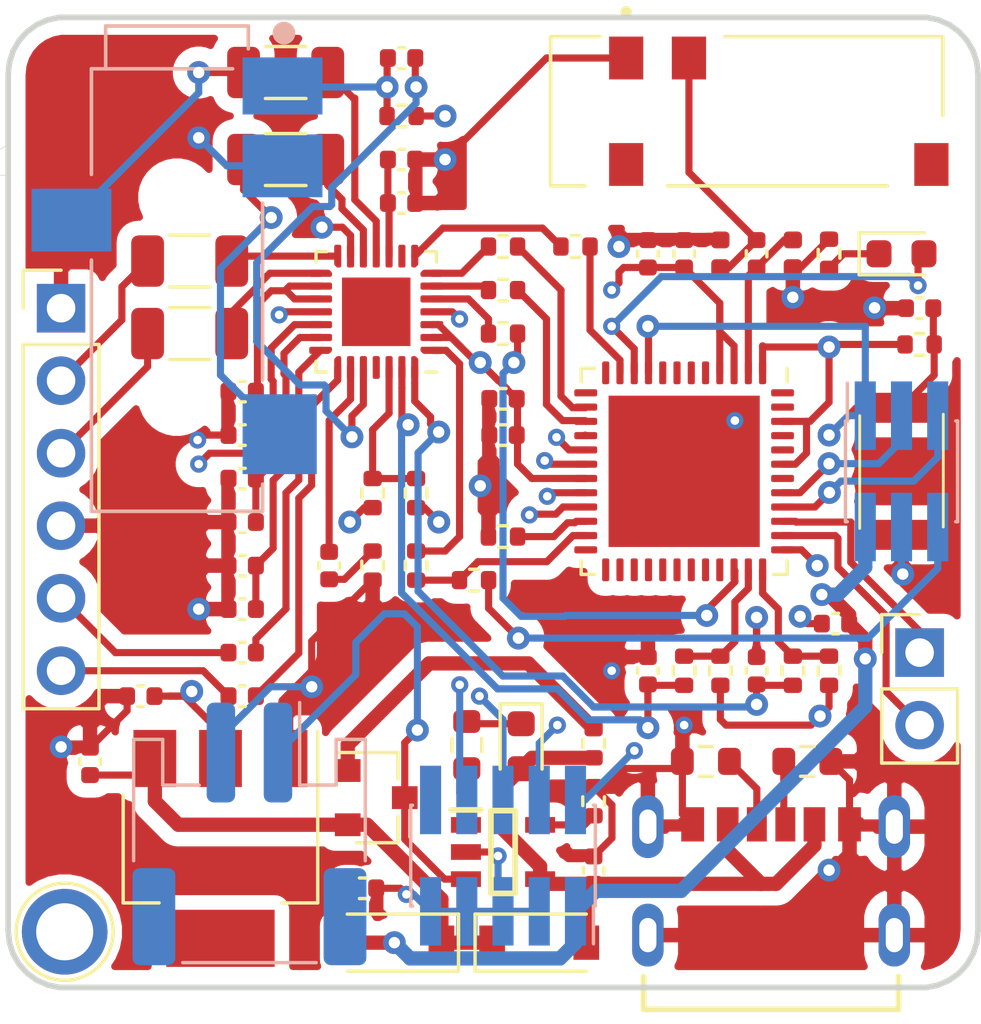
<source format=kicad_pcb>
(kicad_pcb (version 20171130) (host pcbnew "(5.1.8)-1")
  (layers (0 F.Cu signal) (1 In1.Cu power hide) (2 In2.Cu power hide) (31 B.Cu signal) (34 B.Paste user) (35 F.Paste user) (36 B.SilkS user) (37 F.SilkS user) (38 B.Mask user) (39 F.Mask user) (44 Edge.Cuts user))
  (net 0 "")
  (net 1 GND)
  (net 2 Reset)
  (net 3 Ant)
  (net 4 "Net-(C2-Pad1)")
  (net 5 "Net-(C4-Pad1)")
  (net 6 VREF)
  (net 7 ADCVREF)
  (net 8 VMID)
  (net 9 VBUS)
  (net 10 "Net-(C22-Pad1)")
  (net 11 "Net-(C23-Pad2)")
  (net 12 "Net-(C23-Pad1)")
  (net 13 "Net-(C24-Pad2)")
  (net 14 HP_MIC)
  (net 15 "Net-(C25-Pad2)")
  (net 16 LINEIN_R)
  (net 17 "Net-(C26-Pad2)")
  (net 18 LINEIN_L)
  (net 19 "Net-(C27-Pad1)")
  (net 20 HP_R)
  (net 21 "Net-(C28-Pad1)")
  (net 22 HP_L)
  (net 23 "Net-(C29-Pad1)")
  (net 24 LINEOUT_R)
  (net 25 "Net-(C30-Pad1)")
  (net 26 LINEOUT_L)
  (net 27 "Net-(C31-Pad1)")
  (net 28 VCC)
  (net 29 "Net-(D1-Pad1)")
  (net 30 STATUS_LED)
  (net 31 "Net-(D4-Pad1)")
  (net 32 "Net-(IC1-Pad5)")
  (net 33 VBAT)
  (net 34 "Net-(IC1-Pad1)")
  (net 35 "Net-(J1-PadB5)")
  (net 36 "Net-(J1-PadA5)")
  (net 37 "Net-(J5-Pad10)")
  (net 38 MTDI)
  (net 39 MTDO)
  (net 40 MTCK)
  (net 41 MTMS)
  (net 42 IO0)
  (net 43 RXD0)
  (net 44 TXD0)
  (net 45 GPIO22)
  (net 46 GPIO19)
  (net 47 "Net-(Q1-Pad1)")
  (net 48 MCLK)
  (net 49 "Net-(R7-Pad1)")
  (net 50 I2S_BCLK)
  (net 51 "Net-(R8-Pad1)")
  (net 52 I2S_LRCLK)
  (net 53 "Net-(R9-Pad1)")
  (net 54 I2S_DAC)
  (net 55 "Net-(R10-Pad1)")
  (net 56 I2S_ADC)
  (net 57 "Net-(R11-Pad1)")
  (net 58 MODE)
  (net 59 SDA)
  (net 60 SCLK)
  (net 61 "Net-(R21-Pad1)")
  (net 62 "Net-(U1-Pad25)")
  (net 63 "Net-(U1-Pad9)")
  (net 64 "Net-(U2-Pad48)")
  (net 65 "Net-(U2-Pad47)")
  (net 66 "Net-(U2-Pad45)")
  (net 67 "Net-(U2-Pad44)")
  (net 68 "Net-(U2-Pad33)")
  (net 69 "Net-(U2-Pad32)")
  (net 70 "Net-(U2-Pad31)")
  (net 71 "Net-(U2-Pad30)")
  (net 72 "Net-(U2-Pad27)")
  (net 73 "Net-(U2-Pad26)")
  (net 74 "Net-(U2-Pad25)")
  (net 75 "Net-(U2-Pad13)")
  (net 76 "Net-(U2-Pad12)")
  (net 77 "Net-(U2-Pad8)")
  (net 78 "Net-(U2-Pad7)")
  (net 79 "Net-(U2-Pad6)")
  (net 80 "Net-(U2-Pad5)")
  (net 81 "Net-(U2-Pad24)")
  (net 82 "Net-(U2-Pad29)")
  (net 83 "Net-(U2-Pad28)")
  (net 84 "Net-(U2-Pad42)")
  (net 85 +3V3)
  (net 86 "Net-(U2-Pad16)")
  (module Inductor_SMD:L_0402_1005Metric (layer F.Cu) (at 200.66 74.93 270)
    (fp_text reference L2 hide)
    (fp_text value 4.7nH)
    (pad 2 smd roundrect (at 0.485 0 270) (size 0.59 0.64) (layers F.Cu F.Paste F.Mask) (net 1 GND))
    (pad 1 smd roundrect (at -0.485 0 270) (size 0.59 0.64) (layers F.Cu F.Paste F.Mask) (net 3 Ant))
  )
  (module audioboard:GCT_USB4125-GF-A_REVA (layer F.Cu) (at 199.898 94.996)
    (fp_text reference J1 hide)
    (fp_text value GCT_USB4125)
    (pad B12 smd rect (at -2.75 -0.08) (size 0.8 1.2) (layers F.Cu F.Paste F.Mask) (net 1 GND))
    (pad A12 smd rect (at 2.75 -0.08) (size 0.8 1.2) (layers F.Cu F.Paste F.Mask) (net 1 GND))
    (pad B9 smd rect (at -1.52 -0.08) (size 0.76 1.2) (layers F.Cu F.Paste F.Mask) (net 9 VBUS))
    (pad A9 smd rect (at 1.52 -0.08) (size 0.76 1.2) (layers F.Cu F.Paste F.Mask) (net 9 VBUS))
    (pad A5 smd rect (at -0.5 -0.08) (size 0.7 1.2) (layers F.Cu F.Paste F.Mask) (net 36 "Net-(J1-PadA5)"))
    (pad B5 smd rect (at 0.5 -0.08) (size 0.7 1.2) (layers F.Cu F.Paste F.Mask) (net 35 "Net-(J1-PadB5)"))
    (pad S1 thru_hole oval (at -4.32 0) (size 1.1 2.2) (drill oval 0.6 1.2) (layers *.Cu *.Mask) (net 1 GND))
    (pad S2 thru_hole oval (at 4.32 0) (size 1.1 2.2) (drill oval 0.6 1.2) (layers *.Cu *.Mask) (net 1 GND))
    (pad S3 thru_hole oval (at -4.32 3.8) (size 1.1 2.2) (drill oval 0.6 1.2) (layers *.Cu *.Mask) (net 1 GND))
    (pad S4 thru_hole oval (at 4.32 3.8) (size 1.1 2.2) (drill oval 0.6 1.2) (layers *.Cu *.Mask) (net 1 GND))
  )
  (module TestPoint:TestPoint_Plated_Hole_D2.0mm (layer F.Cu) (at 175.133 98.679)
    (fp_text reference REF** hide)
    (fp_text value TestPoint_Plated_Hole_D2.0mm)
    (pad 1 thru_hole circle (at 0 0) (size 3 3) (drill 2) (layers *.Cu *.Mask))
  )
  (module Resistor_SMD:R_0402_1005Metric (layer F.Cu) (at 205.105 78.105 180)
    (fp_text reference R1 hide)
    (fp_text value 10k)
    (pad 2 smd roundrect (at 0.51 0 180) (size 0.54 0.64) (layers F.Cu F.Paste F.Mask) (net 85 +3V3))
    (pad 1 smd roundrect (at -0.51 0 180) (size 0.54 0.64) (layers F.Cu F.Paste F.Mask) (net 2 Reset))
  )
  (module Connector_PinHeader_2.54mm:PinHeader_1x02_P2.54mm_Vertical (layer F.Cu) (at 205.105 88.9)
    (fp_text reference J7 hide)
    (fp_text value GPIO)
    (pad 2 thru_hole oval (at 0 2.54) (size 1.7 1.7) (drill 1) (layers *.Cu *.Mask) (net 46 GPIO19))
    (pad 1 thru_hole rect (at 0 0) (size 1.7 1.7) (drill 1) (layers *.Cu *.Mask) (net 45 GPIO22))
  )
  (module Resistor_SMD:R_0402_1005Metric (layer F.Cu) (at 201.93 89.535 270)
    (fp_text reference R18 hide)
    (fp_text value 2.2k)
    (pad 2 smd roundrect (at 0.51 0 270) (size 0.54 0.64) (layers F.Cu F.Paste F.Mask) (net 85 +3V3))
    (pad 1 smd roundrect (at -0.51 0 270) (size 0.54 0.64) (layers F.Cu F.Paste F.Mask) (net 60 SCLK))
  )
  (module Resistor_SMD:R_0402_1005Metric (layer F.Cu) (at 198.12 89.535 90)
    (fp_text reference R17 hide)
    (fp_text value 2.2k)
    (pad 2 smd roundrect (at 0.51 0 90) (size 0.54 0.64) (layers F.Cu F.Paste F.Mask) (net 59 SDA))
    (pad 1 smd roundrect (at -0.51 0 90) (size 0.54 0.64) (layers F.Cu F.Paste F.Mask) (net 85 +3V3))
  )
  (module Resistor_SMD:R_0402_1005Metric (layer F.Cu) (at 186.944 70.104)
    (fp_text reference R6 hide)
    (fp_text value 2.2k)
    (pad 2 smd roundrect (at 0.51 0) (size 0.54 0.64) (layers F.Cu F.Paste F.Mask) (net 85 +3V3))
    (pad 1 smd roundrect (at -0.51 0) (size 0.54 0.64) (layers F.Cu F.Paste F.Mask) (net 14 HP_MIC))
  )
  (module Resistor_SMD:R_0402_1005Metric (layer F.Cu) (at 201.93 74.93 270)
    (fp_text reference R22 hide)
    (fp_text value 2k)
    (pad 2 smd roundrect (at 0.51 0 270) (size 0.54 0.64) (layers F.Cu F.Paste F.Mask) (net 31 "Net-(D4-Pad1)"))
    (pad 1 smd roundrect (at -0.51 0 270) (size 0.54 0.64) (layers F.Cu F.Paste F.Mask) (net 1 GND))
  )
  (module Resistor_SMD:R_0402_1005Metric (layer F.Cu) (at 190.5 84.836 180)
    (fp_text reference R21 hide)
    (fp_text value 10k)
    (pad 2 smd roundrect (at 0.51 0 180) (size 0.54 0.64) (layers F.Cu F.Paste F.Mask) (net 1 GND))
    (pad 1 smd roundrect (at -0.51 0 180) (size 0.54 0.64) (layers F.Cu F.Paste F.Mask) (net 61 "Net-(R21-Pad1)"))
  )
  (module Resistor_SMD:R_0402_1005Metric (layer F.Cu) (at 189.484 86.36 180)
    (fp_text reference R20 hide)
    (fp_text value 10k)
    (pad 2 smd roundrect (at 0.51 0 180) (size 0.54 0.64) (layers F.Cu F.Paste F.Mask) (net 48 MCLK))
    (pad 1 smd roundrect (at -0.51 0 180) (size 0.54 0.64) (layers F.Cu F.Paste F.Mask) (net 42 IO0))
  )
  (module Resistor_SMD:R_0402_1005Metric (layer F.Cu) (at 185.928 85.852 90)
    (fp_text reference R16 hide)
    (fp_text value 10k)
    (pad 2 smd roundrect (at 0.51 0 90) (size 0.54 0.64) (layers F.Cu F.Paste F.Mask) (net 12 "Net-(C23-Pad1)"))
    (pad 1 smd roundrect (at -0.51 0 90) (size 0.54 0.64) (layers F.Cu F.Paste F.Mask) (net 1 GND))
  )
  (module Resistor_SMD:R_0402_1005Metric (layer F.Cu) (at 187.452 83.312 270)
    (fp_text reference R13 hide)
    (fp_text value 10k)
    (pad 2 smd roundrect (at 0.51 0 270) (size 0.54 0.64) (layers F.Cu F.Paste F.Mask) (net 1 GND))
    (pad 1 smd roundrect (at -0.51 0 270) (size 0.54 0.64) (layers F.Cu F.Paste F.Mask) (net 58 MODE))
  )
  (module Resistor_SMD:R_0402_1005Metric (layer F.Cu) (at 185.928 83.312 90)
    (fp_text reference R12 hide)
    (fp_text value 10k)
    (pad 2 smd roundrect (at 0.51 0 90) (size 0.54 0.64) (layers F.Cu F.Paste F.Mask) (net 58 MODE))
    (pad 1 smd roundrect (at -0.51 0 90) (size 0.54 0.64) (layers F.Cu F.Paste F.Mask) (net 85 +3V3))
  )
  (module Resistor_SMD:R_0402_1005Metric (layer F.Cu) (at 193.675 94.105 270)
    (fp_text reference R5 hide)
    (fp_text value 10k)
    (pad 2 smd roundrect (at 0.51 0 270) (size 0.54 0.64) (layers F.Cu F.Paste F.Mask) (net 32 "Net-(IC1-Pad5)"))
    (pad 1 smd roundrect (at -0.51 0 270) (size 0.54 0.64) (layers F.Cu F.Paste F.Mask) (net 1 GND))
  )
  (module Resistor_SMD:R_0402_1005Metric (layer F.Cu) (at 193.675 92.075 270)
    (fp_text reference R19 hide)
    (fp_text value 100k)
    (pad 2 smd roundrect (at 0.51 0 270) (size 0.54 0.64) (layers F.Cu F.Paste F.Mask) (net 9 VBUS))
    (pad 1 smd roundrect (at -0.51 0 270) (size 0.54 0.64) (layers F.Cu F.Paste F.Mask) (net 47 "Net-(Q1-Pad1)"))
  )
  (module Package_TO_SOT_SMD:SOT-223 (layer F.Cu) (at 180.594 95.758 270)
    (fp_text reference U3 hide)
    (fp_text value AMS1117-3.3)
    (pad 1 smd rect (at -3.15 -2.3 270) (size 2 1.5) (layers F.Cu F.Paste F.Mask) (net 1 GND))
    (pad 3 smd rect (at -3.15 2.3 270) (size 2 1.5) (layers F.Cu F.Paste F.Mask) (net 5 "Net-(C4-Pad1)"))
    (pad 2 smd rect (at -3.15 0 270) (size 2 1.5) (layers F.Cu F.Paste F.Mask) (net 85 +3V3))
    (pad 4 smd rect (at 3.15 0 270) (size 2 3.8) (layers F.Cu F.Paste F.Mask))
  )
  (module Package_DFN_QFN:QFN-48-1EP_7x7mm_P0.5mm_EP5.3x5.3mm (layer F.Cu) (at 196.85 82.55 270)
    (fp_text reference U2 hide)
    (fp_text value ESP32-PICO-D4)
    (pad 49 smd rect (at 0 0 270) (size 5.3 5.3) (layers F.Cu F.Mask) (net 1 GND))
    (pad 48 smd roundrect (at -2.75 -3.45 270) (size 0.25 0.8) (layers F.Cu F.Paste F.Mask) (net 64 "Net-(U2-Pad48)"))
    (pad 47 smd roundrect (at -2.25 -3.45 270) (size 0.25 0.8) (layers F.Cu F.Paste F.Mask) (net 65 "Net-(U2-Pad47)"))
    (pad 46 smd roundrect (at -1.75 -3.45 270) (size 0.25 0.8) (layers F.Cu F.Paste F.Mask) (net 85 +3V3))
    (pad 45 smd roundrect (at -1.25 -3.45 270) (size 0.25 0.8) (layers F.Cu F.Paste F.Mask) (net 66 "Net-(U2-Pad45)"))
    (pad 44 smd roundrect (at -0.75 -3.45 270) (size 0.25 0.8) (layers F.Cu F.Paste F.Mask) (net 67 "Net-(U2-Pad44)"))
    (pad 43 smd roundrect (at -0.25 -3.45 270) (size 0.25 0.8) (layers F.Cu F.Paste F.Mask) (net 85 +3V3))
    (pad 42 smd roundrect (at 0.25 -3.45 270) (size 0.25 0.8) (layers F.Cu F.Paste F.Mask) (net 84 "Net-(U2-Pad42)"))
    (pad 41 smd roundrect (at 0.75 -3.45 270) (size 0.25 0.8) (layers F.Cu F.Paste F.Mask) (net 44 TXD0))
    (pad 40 smd roundrect (at 1.25 -3.45 270) (size 0.25 0.8) (layers F.Cu F.Paste F.Mask) (net 43 RXD0))
    (pad 39 smd roundrect (at 1.75 -3.45 270) (size 0.25 0.8) (layers F.Cu F.Paste F.Mask) (net 45 GPIO22))
    (pad 38 smd roundrect (at 2.25 -3.45 270) (size 0.25 0.8) (layers F.Cu F.Paste F.Mask) (net 46 GPIO19))
    (pad 37 smd roundrect (at 2.75 -3.45 270) (size 0.25 0.8) (layers F.Cu F.Paste F.Mask) (net 85 +3V3))
    (pad 36 smd roundrect (at 3.45 -2.75 270) (size 0.8 0.25) (layers F.Cu F.Paste F.Mask) (net 60 SCLK))
    (pad 35 smd roundrect (at 3.45 -2.25 270) (size 0.8 0.25) (layers F.Cu F.Paste F.Mask) (net 59 SDA))
    (pad 34 smd roundrect (at 3.45 -1.75 270) (size 0.8 0.25) (layers F.Cu F.Paste F.Mask) (net 50 I2S_BCLK))
    (pad 33 smd roundrect (at 3.45 -1.25 270) (size 0.8 0.25) (layers F.Cu F.Paste F.Mask) (net 68 "Net-(U2-Pad33)"))
    (pad 32 smd roundrect (at 3.45 -0.75 270) (size 0.8 0.25) (layers F.Cu F.Paste F.Mask) (net 69 "Net-(U2-Pad32)"))
    (pad 31 smd roundrect (at 3.45 -0.25 270) (size 0.8 0.25) (layers F.Cu F.Paste F.Mask) (net 70 "Net-(U2-Pad31)"))
    (pad 30 smd roundrect (at 3.45 0.25 270) (size 0.8 0.25) (layers F.Cu F.Paste F.Mask) (net 71 "Net-(U2-Pad30)"))
    (pad 29 smd roundrect (at 3.45 0.75 270) (size 0.8 0.25) (layers F.Cu F.Paste F.Mask) (net 82 "Net-(U2-Pad29)"))
    (pad 28 smd roundrect (at 3.45 1.25 270) (size 0.8 0.25) (layers F.Cu F.Paste F.Mask) (net 83 "Net-(U2-Pad28)"))
    (pad 27 smd roundrect (at 3.45 1.75 270) (size 0.8 0.25) (layers F.Cu F.Paste F.Mask) (net 72 "Net-(U2-Pad27)"))
    (pad 26 smd roundrect (at 3.45 2.25 270) (size 0.8 0.25) (layers F.Cu F.Paste F.Mask) (net 73 "Net-(U2-Pad26)"))
    (pad 25 smd roundrect (at 3.45 2.75 270) (size 0.8 0.25) (layers F.Cu F.Paste F.Mask) (net 74 "Net-(U2-Pad25)"))
    (pad 24 smd roundrect (at 2.75 3.45 270) (size 0.25 0.8) (layers F.Cu F.Paste F.Mask) (net 81 "Net-(U2-Pad24)"))
    (pad 23 smd roundrect (at 2.25 3.45 270) (size 0.25 0.8) (layers F.Cu F.Paste F.Mask) (net 48 MCLK))
    (pad 22 smd roundrect (at 1.75 3.45 270) (size 0.25 0.8) (layers F.Cu F.Paste F.Mask) (net 61 "Net-(R21-Pad1)"))
    (pad 21 smd roundrect (at 1.25 3.45 270) (size 0.25 0.8) (layers F.Cu F.Paste F.Mask) (net 39 MTDO))
    (pad 20 smd roundrect (at 0.75 3.45 270) (size 0.25 0.8) (layers F.Cu F.Paste F.Mask) (net 40 MTCK))
    (pad 19 smd roundrect (at 0.25 3.45 270) (size 0.25 0.8) (layers F.Cu F.Paste F.Mask) (net 85 +3V3))
    (pad 18 smd roundrect (at -0.25 3.45 270) (size 0.25 0.8) (layers F.Cu F.Paste F.Mask) (net 38 MTDI))
    (pad 17 smd roundrect (at -0.75 3.45 270) (size 0.25 0.8) (layers F.Cu F.Paste F.Mask) (net 41 MTMS))
    (pad 16 smd roundrect (at -1.25 3.45 270) (size 0.25 0.8) (layers F.Cu F.Paste F.Mask) (net 86 "Net-(U2-Pad16)"))
    (pad 15 smd roundrect (at -1.75 3.45 270) (size 0.25 0.8) (layers F.Cu F.Paste F.Mask) (net 54 I2S_DAC))
    (pad 14 smd roundrect (at -2.25 3.45 270) (size 0.25 0.8) (layers F.Cu F.Paste F.Mask) (net 52 I2S_LRCLK))
    (pad 13 smd roundrect (at -2.75 3.45 270) (size 0.25 0.8) (layers F.Cu F.Paste F.Mask) (net 75 "Net-(U2-Pad13)"))
    (pad 12 smd roundrect (at -3.45 2.75 270) (size 0.8 0.25) (layers F.Cu F.Paste F.Mask) (net 76 "Net-(U2-Pad12)"))
    (pad 11 smd roundrect (at -3.45 2.25 270) (size 0.8 0.25) (layers F.Cu F.Paste F.Mask) (net 56 I2S_ADC))
    (pad 10 smd roundrect (at -3.45 1.75 270) (size 0.8 0.25) (layers F.Cu F.Paste F.Mask) (net 30 STATUS_LED))
    (pad 9 smd roundrect (at -3.45 1.25 270) (size 0.8 0.25) (layers F.Cu F.Paste F.Mask) (net 2 Reset))
    (pad 8 smd roundrect (at -3.45 0.75 270) (size 0.8 0.25) (layers F.Cu F.Paste F.Mask) (net 77 "Net-(U2-Pad8)"))
    (pad 7 smd roundrect (at -3.45 0.25 270) (size 0.8 0.25) (layers F.Cu F.Paste F.Mask) (net 78 "Net-(U2-Pad7)"))
    (pad 6 smd roundrect (at -3.45 -0.25 270) (size 0.8 0.25) (layers F.Cu F.Paste F.Mask) (net 79 "Net-(U2-Pad6)"))
    (pad 5 smd roundrect (at -3.45 -0.75 270) (size 0.8 0.25) (layers F.Cu F.Paste F.Mask) (net 80 "Net-(U2-Pad5)"))
    (pad 4 smd roundrect (at -3.45 -1.25 270) (size 0.8 0.25) (layers F.Cu F.Paste F.Mask) (net 85 +3V3))
    (pad 3 smd roundrect (at -3.45 -1.75 270) (size 0.8 0.25) (layers F.Cu F.Paste F.Mask) (net 85 +3V3))
    (pad 2 smd roundrect (at -3.45 -2.25 270) (size 0.8 0.25) (layers F.Cu F.Paste F.Mask) (net 3 Ant))
    (pad 1 smd roundrect (at -3.45 -2.75 270) (size 0.8 0.25) (layers F.Cu F.Paste F.Mask) (net 85 +3V3))
  )
  (module Package_DFN_QFN:QFN-28-1EP_4x4mm_P0.45mm_EP2.4x2.4mm (layer F.Cu) (at 186.055 76.962 180)
    (fp_text reference U1 hide)
    (fp_text value ES8388)
    (pad 29 smd rect (at 0 0 180) (size 2.4 2.4) (layers F.Cu F.Mask))
    (pad 28 smd custom (at -1.35 -1.95 180) (size 0.179289 0.179289) (layers F.Cu F.Paste F.Mask) (net 19 "Net-(C27-Pad1)") (options (clearance outline) (anchor circle)) (primitives (gr_poly (pts (xy -0.0625 -0.3375) (xy 0.0625 -0.3375) (xy 0.0625 0.3375) (xy 0.000888 0.3375) (xy -0.0625 0.274112)) (width 0.125))))
    (pad 27 smd roundrect (at -0.9 -1.95 180) (size 0.25 0.8) (layers F.Cu F.Paste F.Mask) (net 10 "Net-(C22-Pad1)"))
    (pad 26 smd roundrect (at -0.45 -1.95 180) (size 0.25 0.8) (layers F.Cu F.Paste F.Mask) (net 58 MODE))
    (pad 25 smd roundrect (at 0 -1.95 180) (size 0.25 0.8) (layers F.Cu F.Paste F.Mask) (net 62 "Net-(U1-Pad25)"))
    (pad 24 smd roundrect (at 0.45 -1.95 180) (size 0.25 0.8) (layers F.Cu F.Paste F.Mask) (net 13 "Net-(C24-Pad2)"))
    (pad 23 smd roundrect (at 0.9 -1.95 180) (size 0.25 0.8) (layers F.Cu F.Paste F.Mask) (net 11 "Net-(C23-Pad2)"))
    (pad 22 smd custom (at 1.35 -1.95 180) (size 0.179289 0.179289) (layers F.Cu F.Paste F.Mask) (net 17 "Net-(C26-Pad2)") (options (clearance outline) (anchor circle)) (primitives (gr_poly (pts (xy -0.0625 -0.3375) (xy 0.0625 -0.3375) (xy 0.0625 0.274112) (xy -0.000888 0.3375) (xy -0.0625 0.3375)) (width 0.125))))
    (pad 21 smd custom (at 1.95 -1.35 180) (size 0.179289 0.179289) (layers F.Cu F.Paste F.Mask) (net 15 "Net-(C25-Pad2)") (options (clearance outline) (anchor circle)) (primitives (gr_poly (pts (xy -0.3375 0.000888) (xy -0.274112 -0.0625) (xy 0.3375 -0.0625) (xy 0.3375 0.0625) (xy -0.3375 0.0625)) (width 0.125))))
    (pad 20 smd roundrect (at 1.95 -0.9 180) (size 0.8 0.25) (layers F.Cu F.Paste F.Mask) (net 8 VMID))
    (pad 19 smd roundrect (at 1.95 -0.45 180) (size 0.8 0.25) (layers F.Cu F.Paste F.Mask) (net 7 ADCVREF))
    (pad 18 smd roundrect (at 1.95 0 180) (size 0.8 0.25) (layers F.Cu F.Paste F.Mask) (net 1 GND))
    (pad 17 smd roundrect (at 1.95 0.45 180) (size 0.8 0.25) (layers F.Cu F.Paste F.Mask) (net 85 +3V3))
    (pad 16 smd roundrect (at 1.95 0.9 180) (size 0.8 0.25) (layers F.Cu F.Paste F.Mask) (net 85 +3V3))
    (pad 15 smd custom (at 1.95 1.35 180) (size 0.179289 0.179289) (layers F.Cu F.Paste F.Mask) (net 27 "Net-(C31-Pad1)") (options (clearance outline) (anchor circle)) (primitives (gr_poly (pts (xy -0.3375 -0.0625) (xy 0.3375 -0.0625) (xy 0.3375 0.0625) (xy -0.274112 0.0625) (xy -0.3375 -0.000888)) (width 0.125))))
    (pad 14 smd custom (at 1.35 1.95 180) (size 0.179289 0.179289) (layers F.Cu F.Paste F.Mask) (net 25 "Net-(C30-Pad1)") (options (clearance outline) (anchor circle)) (primitives (gr_poly (pts (xy -0.0625 -0.3375) (xy -0.000888 -0.3375) (xy 0.0625 -0.274112) (xy 0.0625 0.3375) (xy -0.0625 0.3375)) (width 0.125))))
    (pad 13 smd roundrect (at 0.9 1.95 180) (size 0.25 0.8) (layers F.Cu F.Paste F.Mask) (net 1 GND))
    (pad 12 smd roundrect (at 0.45 1.95 180) (size 0.25 0.8) (layers F.Cu F.Paste F.Mask) (net 23 "Net-(C29-Pad1)"))
    (pad 11 smd roundrect (at 0 1.95 180) (size 0.25 0.8) (layers F.Cu F.Paste F.Mask) (net 21 "Net-(C28-Pad1)"))
    (pad 10 smd roundrect (at -0.45 1.95 180) (size 0.25 0.8) (layers F.Cu F.Paste F.Mask) (net 6 VREF))
    (pad 9 smd roundrect (at -0.9 1.95 180) (size 0.25 0.8) (layers F.Cu F.Paste F.Mask) (net 63 "Net-(U1-Pad9)"))
    (pad 8 smd custom (at -1.35 1.95 180) (size 0.179289 0.179289) (layers F.Cu F.Paste F.Mask) (net 57 "Net-(R11-Pad1)") (options (clearance outline) (anchor circle)) (primitives (gr_poly (pts (xy -0.0625 -0.274112) (xy 0.000888 -0.3375) (xy 0.0625 -0.3375) (xy 0.0625 0.3375) (xy -0.0625 0.3375)) (width 0.125))))
    (pad 7 smd custom (at -1.95 1.35 180) (size 0.179289 0.179289) (layers F.Cu F.Paste F.Mask) (net 53 "Net-(R9-Pad1)") (options (clearance outline) (anchor circle)) (primitives (gr_poly (pts (xy -0.3375 -0.0625) (xy 0.3375 -0.0625) (xy 0.3375 -0.000888) (xy 0.274112 0.0625) (xy -0.3375 0.0625)) (width 0.125))))
    (pad 6 smd roundrect (at -1.95 0.9 180) (size 0.8 0.25) (layers F.Cu F.Paste F.Mask) (net 55 "Net-(R10-Pad1)"))
    (pad 5 smd roundrect (at -1.95 0.45 180) (size 0.8 0.25) (layers F.Cu F.Paste F.Mask) (net 51 "Net-(R8-Pad1)"))
    (pad 4 smd roundrect (at -1.95 0 180) (size 0.8 0.25) (layers F.Cu F.Paste F.Mask) (net 1 GND))
    (pad 3 smd roundrect (at -1.95 -0.45 180) (size 0.8 0.25) (layers F.Cu F.Paste F.Mask) (net 85 +3V3))
    (pad 2 smd roundrect (at -1.95 -0.9 180) (size 0.8 0.25) (layers F.Cu F.Paste F.Mask) (net 85 +3V3))
    (pad 1 smd custom (at -1.95 -1.35 180) (size 0.179289 0.179289) (layers F.Cu F.Paste F.Mask) (net 49 "Net-(R7-Pad1)") (options (clearance outline) (anchor circle)) (primitives (gr_poly (pts (xy -0.3375 -0.0625) (xy 0.274112 -0.0625) (xy 0.3375 0.000888) (xy 0.3375 0.0625) (xy -0.3375 0.0625)) (width 0.125))))
  )
  (module audioboard:TS1088R02026 (layer F.Cu) (at 204.47 82.55 270)
    (fp_text reference SW1 hide)
    (fp_text value RESET hide)
    (pad 1 smd rect (at -2.225 0 270) (size 1.05 2) (layers F.Cu F.Paste F.Mask) (net 2 Reset))
    (pad 2 smd rect (at 2.225 0 270) (size 1.05 2) (layers F.Cu F.Paste F.Mask) (net 1 GND))
  )
  (module Resistor_SMD:R_0402_1005Metric (layer F.Cu) (at 200.66 89.535 270)
    (fp_text reference R15 hide)
    (fp_text value 100R)
    (pad 2 smd roundrect (at 0.51 0 270) (size 0.54 0.64) (layers F.Cu F.Paste F.Mask) (net 19 "Net-(C27-Pad1)"))
    (pad 1 smd roundrect (at -0.51 0 270) (size 0.54 0.64) (layers F.Cu F.Paste F.Mask) (net 60 SCLK))
  )
  (module Resistor_SMD:R_0402_1005Metric (layer F.Cu) (at 196.85 89.535 270)
    (fp_text reference R14 hide)
    (fp_text value 100R)
    (pad 2 smd roundrect (at 0.51 0 270) (size 0.54 0.64) (layers F.Cu F.Paste F.Mask) (net 10 "Net-(C22-Pad1)"))
    (pad 1 smd roundrect (at -0.51 0 270) (size 0.54 0.64) (layers F.Cu F.Paste F.Mask) (net 59 SDA))
  )
  (module Resistor_SMD:R_0402_1005Metric (layer F.Cu) (at 193.04 74.676)
    (fp_text reference R11 hide)
    (fp_text value 33R)
    (pad 2 smd roundrect (at 0.51 0) (size 0.54 0.64) (layers F.Cu F.Paste F.Mask) (net 56 I2S_ADC))
    (pad 1 smd roundrect (at -0.51 0) (size 0.54 0.64) (layers F.Cu F.Paste F.Mask) (net 57 "Net-(R11-Pad1)"))
  )
  (module Resistor_SMD:R_0402_1005Metric (layer F.Cu) (at 190.5 76.2)
    (fp_text reference R10 hide)
    (fp_text value 33R)
    (pad 2 smd roundrect (at 0.51 0) (size 0.54 0.64) (layers F.Cu F.Paste F.Mask) (net 54 I2S_DAC))
    (pad 1 smd roundrect (at -0.51 0) (size 0.54 0.64) (layers F.Cu F.Paste F.Mask) (net 55 "Net-(R10-Pad1)"))
  )
  (module Resistor_SMD:R_0402_1005Metric (layer F.Cu) (at 190.5 74.676)
    (fp_text reference R9 hide)
    (fp_text value 33R)
    (pad 2 smd roundrect (at 0.51 0) (size 0.54 0.64) (layers F.Cu F.Paste F.Mask) (net 52 I2S_LRCLK))
    (pad 1 smd roundrect (at -0.51 0) (size 0.54 0.64) (layers F.Cu F.Paste F.Mask) (net 53 "Net-(R9-Pad1)"))
  )
  (module Resistor_SMD:R_0402_1005Metric (layer F.Cu) (at 190.5 77.724)
    (fp_text reference R8 hide)
    (fp_text value 33R)
    (pad 2 smd roundrect (at 0.51 0) (size 0.54 0.64) (layers F.Cu F.Paste F.Mask) (net 50 I2S_BCLK))
    (pad 1 smd roundrect (at -0.51 0) (size 0.54 0.64) (layers F.Cu F.Paste F.Mask) (net 51 "Net-(R8-Pad1)"))
  )
  (module Resistor_SMD:R_0402_1005Metric (layer F.Cu) (at 187.452 85.852 270)
    (fp_text reference R7 hide)
    (fp_text value 33R)
    (pad 2 smd roundrect (at 0.51 0 270) (size 0.54 0.64) (layers F.Cu F.Paste F.Mask) (net 48 MCLK))
    (pad 1 smd roundrect (at -0.51 0 270) (size 0.54 0.64) (layers F.Cu F.Paste F.Mask) (net 49 "Net-(R7-Pad1)"))
  )
  (module Resistor_SMD:R_0603_1608Metric (layer F.Cu) (at 189.23 92.139 90)
    (fp_text reference R4 hide)
    (fp_text value 2k)
    (pad 2 smd roundrect (at 0.825 0 90) (size 0.8 0.95) (layers F.Cu F.Paste F.Mask) (net 29 "Net-(D1-Pad1)"))
    (pad 1 smd roundrect (at -0.825 0 90) (size 0.8 0.95) (layers F.Cu F.Paste F.Mask) (net 34 "Net-(IC1-Pad1)"))
  )
  (module Resistor_SMD:R_0603_1608Metric (layer F.Cu) (at 201.168 92.71 180)
    (fp_text reference R3 hide)
    (fp_text value 5.1k)
    (pad 2 smd roundrect (at 0.825 0 180) (size 0.8 0.95) (layers F.Cu F.Paste F.Mask) (net 35 "Net-(J1-PadB5)"))
    (pad 1 smd roundrect (at -0.825 0 180) (size 0.8 0.95) (layers F.Cu F.Paste F.Mask) (net 1 GND))
  )
  (module Resistor_SMD:R_0603_1608Metric (layer F.Cu) (at 197.612 92.71)
    (fp_text reference R2 hide)
    (fp_text value 5.1k)
    (pad 2 smd roundrect (at 0.825 0) (size 0.8 0.95) (layers F.Cu F.Paste F.Mask) (net 36 "Net-(J1-PadA5)"))
    (pad 1 smd roundrect (at -0.825 0) (size 0.8 0.95) (layers F.Cu F.Paste F.Mask) (net 1 GND))
  )
  (module Package_TO_SOT_SMD:SOT-23 (layer F.Cu) (at 186.055 93.98)
    (fp_text reference Q1 hide)
    (fp_text value AO3401A)
    (pad 3 smd rect (at 1 0) (size 0.9 0.8) (layers F.Cu F.Paste F.Mask) (net 33 VBAT))
    (pad 2 smd rect (at -1 0.95) (size 0.9 0.8) (layers F.Cu F.Paste F.Mask) (net 5 "Net-(C4-Pad1)"))
    (pad 1 smd rect (at -1 -0.95) (size 0.9 0.8) (layers F.Cu F.Paste F.Mask) (net 47 "Net-(Q1-Pad1)"))
  )
  (module Inductor_SMD:L_0402_1005Metric (layer F.Cu) (at 198.12 74.93 90)
    (fp_text reference L1 hide)
    (fp_text value 2.7nH)
    (pad 2 smd roundrect (at 0.485 0 90) (size 0.59 0.64) (layers F.Cu F.Paste F.Mask) (net 1 GND))
    (pad 1 smd roundrect (at -0.485 0 90) (size 0.59 0.64) (layers F.Cu F.Paste F.Mask) (net 4 "Net-(C2-Pad1)"))
  )
  (module Connector_PinHeader_1.27mm:PinHeader_2x03_P1.27mm_Vertical_SMD (layer B.Cu) (at 204.47 82.55 270)
    (fp_text reference J6 hide)
    (fp_text value UART)
    (pad 6 smd rect (at 1.95 -1.27 270) (size 2.4 0.74) (layers B.Cu B.Paste B.Mask) (net 42 IO0))
    (pad 5 smd rect (at -1.95 -1.27 270) (size 2.4 0.74) (layers B.Cu B.Paste B.Mask) (net 43 RXD0))
    (pad 4 smd rect (at 1.95 0 270) (size 2.4 0.74) (layers B.Cu B.Paste B.Mask) (net 1 GND))
    (pad 3 smd rect (at -1.95 0 270) (size 2.4 0.74) (layers B.Cu B.Paste B.Mask) (net 44 TXD0))
    (pad 2 smd rect (at 1.95 1.27 270) (size 2.4 0.74) (layers B.Cu B.Paste B.Mask) (net 28 VCC))
    (pad 1 smd rect (at -1.95 1.27 270) (size 2.4 0.74) (layers B.Cu B.Paste B.Mask) (net 2 Reset))
  )
  (module Connector_PinHeader_1.27mm:PinHeader_2x05_P1.27mm_Vertical_SMD (layer B.Cu) (at 190.5 96.012 90)
    (fp_text reference J5 hide)
    (fp_text value JTAG)
    (pad 10 smd rect (at 1.95 -2.54 90) (size 2.4 0.74) (layers B.Cu B.Paste B.Mask) (net 37 "Net-(J5-Pad10)"))
    (pad 9 smd rect (at -1.95 -2.54 90) (size 2.4 0.74) (layers B.Cu B.Paste B.Mask) (net 1 GND))
    (pad 8 smd rect (at 1.95 -1.27 90) (size 2.4 0.74) (layers B.Cu B.Paste B.Mask) (net 38 MTDI))
    (pad 7 smd rect (at -1.95 -1.27 90) (size 2.4 0.74) (layers B.Cu B.Paste B.Mask) (net 1 GND))
    (pad 6 smd rect (at 1.95 0 90) (size 2.4 0.74) (layers B.Cu B.Paste B.Mask) (net 39 MTDO))
    (pad 5 smd rect (at -1.95 0 90) (size 2.4 0.74) (layers B.Cu B.Paste B.Mask) (net 1 GND))
    (pad 4 smd rect (at 1.95 1.27 90) (size 2.4 0.74) (layers B.Cu B.Paste B.Mask) (net 40 MTCK))
    (pad 3 smd rect (at -1.95 1.27 90) (size 2.4 0.74) (layers B.Cu B.Paste B.Mask) (net 1 GND))
    (pad 2 smd rect (at 1.95 2.54 90) (size 2.4 0.74) (layers B.Cu B.Paste B.Mask) (net 41 MTMS))
    (pad 1 smd rect (at -1.95 2.54 90) (size 2.4 0.74) (layers B.Cu B.Paste B.Mask) (net 28 VCC))
  )
  (module audioboard:CUI_SJ-43514-SMT (layer B.Cu) (at 179.07 76.2 270)
    (fp_text reference J4 (at -4.596025 6.414335 90) (layer B.SilkS) (effects (font (size 1.004591 1.004591) (thickness 0.015)) (justify mirror)))
    (fp_text value SJ-43514-SMT)
    (pad None np_thru_hole circle (at 3.75 0 270) (size 1.7 1.7) (drill 1.7) (layers *.Cu *.Mask))
    (pad None np_thru_hole circle (at -3.25 0 270) (size 1.7 1.7) (drill 1.7) (layers *.Cu *.Mask))
    (pad 4 smd rect (at -4.35 -3.7 270) (size 2.2 2.8) (layers B.Cu B.Paste B.Mask) (net 1 GND))
    (pad 3 smd rect (at -2.45 3.7 270) (size 2.2 2.8) (layers B.Cu B.Paste B.Mask) (net 20 HP_R))
    (pad 2 smd rect (at 5.05 -3.6 270) (size 2.8 2.6) (layers B.Cu B.Paste B.Mask) (net 22 HP_L))
    (pad 1 smd rect (at -7.15 -3.7 270) (size 2 2.8) (layers B.Cu B.Paste B.Mask) (net 14 HP_MIC))
  )
  (module Connector_PinHeader_2.54mm:PinHeader_1x06_P2.54mm_Vertical (layer F.Cu) (at 175.006 76.835)
    (fp_text reference J3 hide)
    (fp_text value Audio)
    (pad 6 thru_hole oval (at 0 12.7) (size 1.7 1.7) (drill 1) (layers *.Cu *.Mask) (net 18 LINEIN_L))
    (pad 5 thru_hole oval (at 0 10.16) (size 1.7 1.7) (drill 1) (layers *.Cu *.Mask) (net 16 LINEIN_R))
    (pad 4 thru_hole oval (at 0 7.62) (size 1.7 1.7) (drill 1) (layers *.Cu *.Mask) (net 1 GND))
    (pad 3 thru_hole oval (at 0 5.08) (size 1.7 1.7) (drill 1) (layers *.Cu *.Mask) (net 26 LINEOUT_L))
    (pad 2 thru_hole oval (at 0 2.54) (size 1.7 1.7) (drill 1) (layers *.Cu *.Mask) (net 24 LINEOUT_R))
    (pad 1 thru_hole rect (at 0 0) (size 1.7 1.7) (drill 1) (layers *.Cu *.Mask) (net 1 GND))
  )
  (module Connector_JST:JST_PH_S2B-PH-SM4-TB_1x02-1MP_P2.00mm_Horizontal (layer B.Cu) (at 181.61 95.25 180)
    (fp_text reference J2 hide)
    (fp_text value Conn_01x02)
    (pad MP smd roundrect (at 3.35 -2.9 180) (size 1.5 3.4) (layers B.Cu B.Paste B.Mask) (roundrect_rratio 0.1666666666666667))
    (pad MP smd roundrect (at -3.35 -2.9 180) (size 1.5 3.4) (layers B.Cu B.Paste B.Mask) (roundrect_rratio 0.1666666666666667))
    (pad 2 smd roundrect (at 1 2.85 180) (size 1 3.5) (layers B.Cu B.Paste B.Mask) (net 1 GND))
    (pad 1 smd roundrect (at -1 2.85 180) (size 1 3.5) (layers B.Cu B.Paste B.Mask) (net 33 VBAT))
  )
  (module audioboard:SOT95P280X100-5N (layer F.Cu) (at 190.5 95.885)
    (fp_text reference IC1 hide)
    (fp_text value TP4054-42-SOT25-R hide)
    (pad 5 smd rect (at 1.3 -0.95 90) (size 0.55 1.05) (layers F.Cu F.Paste F.Mask) (net 32 "Net-(IC1-Pad5)"))
    (pad 4 smd rect (at 1.3 0.95 90) (size 0.55 1.05) (layers F.Cu F.Paste F.Mask) (net 9 VBUS))
    (pad 3 smd rect (at -1.3 0.95 90) (size 0.55 1.05) (layers F.Cu F.Paste F.Mask) (net 33 VBAT))
    (pad 2 smd rect (at -1.3 0 90) (size 0.55 1.05) (layers F.Cu F.Paste F.Mask) (net 1 GND))
    (pad 1 smd rect (at -1.3 -0.95 90) (size 0.55 1.05) (layers F.Cu F.Paste F.Mask) (net 34 "Net-(IC1-Pad1)"))
  )
  (module PRO-OB-440:ANT_PRO-OB-440 (layer F.Cu) (at 194.818 68.072)
    (fp_text reference E1 hide)
    (fp_text value PRO-OB-440)
    (pad 1 smd rect (at 0 0) (size 1.2 1.5) (layers F.Cu F.Paste F.Mask) (net 1 GND))
    (pad 2 smd rect (at 2.2 0) (size 1.2 1.5) (layers F.Cu F.Paste F.Mask) (net 4 "Net-(C2-Pad1)"))
    (pad 4 smd rect (at 10.7 3.73) (size 1.2 1.5) (layers F.Cu F.Paste F.Mask))
    (pad 3 smd rect (at 0 3.73) (size 1.2 1.5) (layers F.Cu F.Paste F.Mask))
  )
  (module LED_SMD:LED_0603_1608Metric (layer F.Cu) (at 204.47 74.93)
    (fp_text reference D4 hide)
    (fp_text value LED0603)
    (pad 2 smd roundrect (at 0.7875 0) (size 0.875 0.95) (layers F.Cu F.Paste F.Mask) (net 30 STATUS_LED))
    (pad 1 smd roundrect (at -0.7875 0) (size 0.875 0.95) (layers F.Cu F.Paste F.Mask) (net 31 "Net-(D4-Pad1)"))
  )
  (module Diode_SMD:D_SOD-123 (layer F.Cu) (at 186.69 99.06 180)
    (fp_text reference D3 hide)
    (fp_text value B5819)
    (pad 2 smd rect (at 1.65 0 180) (size 0.9 1.2) (layers F.Cu F.Paste F.Mask) (net 28 VCC))
    (pad 1 smd rect (at -1.65 0 180) (size 0.9 1.2) (layers F.Cu F.Paste F.Mask) (net 5 "Net-(C4-Pad1)"))
  )
  (module Diode_SMD:D_SOD-123 (layer F.Cu) (at 191.77 99.06)
    (fp_text reference D2 hide)
    (fp_text value B5819)
    (pad 2 smd rect (at 1.65 0) (size 0.9 1.2) (layers F.Cu F.Paste F.Mask) (net 9 VBUS))
    (pad 1 smd rect (at -1.65 0) (size 0.9 1.2) (layers F.Cu F.Paste F.Mask) (net 5 "Net-(C4-Pad1)"))
  )
  (module LED_SMD:LED_0603_1608Metric (layer F.Cu) (at 191.135 92.179 270)
    (fp_text reference D1 hide)
    (fp_text value LED0603)
    (pad 2 smd roundrect (at 0.7875 0 270) (size 0.875 0.95) (layers F.Cu F.Paste F.Mask) (net 9 VBUS))
    (pad 1 smd roundrect (at -0.7875 0 270) (size 0.875 0.95) (layers F.Cu F.Paste F.Mask) (net 29 "Net-(D1-Pad1)"))
  )
  (module Capacitor_SMD:C_0402_1005Metric (layer F.Cu) (at 202.156 87.884 180)
    (fp_text reference C34 hide)
    (fp_text value 100nF)
    (pad 2 smd roundrect (at 0.48 0 180) (size 0.56 0.62) (layers F.Cu F.Paste F.Mask) (net 1 GND))
    (pad 1 smd roundrect (at -0.48 0 180) (size 0.56 0.62) (layers F.Cu F.Paste F.Mask) (net 28 VCC))
  )
  (module Capacitor_SMD:C_0402_1005Metric (layer F.Cu) (at 185.575 97.155)
    (fp_text reference C33 hide)
    (fp_text value 100nF)
    (pad 2 smd roundrect (at 0.48 0) (size 0.56 0.62) (layers F.Cu F.Paste F.Mask) (net 1 GND))
    (pad 1 smd roundrect (at -0.48 0) (size 0.56 0.62) (layers F.Cu F.Paste F.Mask) (net 28 VCC))
  )
  (module Capacitor_SMD:C_1206_3216Metric (layer F.Cu) (at 179.5145 77.724 180)
    (fp_text reference C31 hide)
    (fp_text value 47uF)
    (pad 2 smd roundrect (at 1.475 0 180) (size 1.15 1.8) (layers F.Cu F.Paste F.Mask) (roundrect_rratio 0.2173904347826087) (net 26 LINEOUT_L))
    (pad 1 smd roundrect (at -1.475 0 180) (size 1.15 1.8) (layers F.Cu F.Paste F.Mask) (roundrect_rratio 0.2173904347826087) (net 27 "Net-(C31-Pad1)"))
  )
  (module Capacitor_SMD:C_1206_3216Metric (layer F.Cu) (at 179.5145 75.184 180)
    (fp_text reference C30 hide)
    (fp_text value 47uF)
    (pad 2 smd roundrect (at 1.475 0 180) (size 1.15 1.8) (layers F.Cu F.Paste F.Mask) (roundrect_rratio 0.2173904347826087) (net 24 LINEOUT_R))
    (pad 1 smd roundrect (at -1.475 0 180) (size 1.15 1.8) (layers F.Cu F.Paste F.Mask) (roundrect_rratio 0.2173904347826087) (net 25 "Net-(C30-Pad1)"))
  )
  (module Capacitor_SMD:C_1206_3216Metric (layer F.Cu) (at 182.88 71.628 180)
    (fp_text reference C29 hide)
    (fp_text value 47uF)
    (pad 2 smd roundrect (at 1.475 0 180) (size 1.15 1.8) (layers F.Cu F.Paste F.Mask) (roundrect_rratio 0.2173904347826087) (net 22 HP_L))
    (pad 1 smd roundrect (at -1.475 0 180) (size 1.15 1.8) (layers F.Cu F.Paste F.Mask) (roundrect_rratio 0.2173904347826087) (net 23 "Net-(C29-Pad1)"))
  )
  (module Capacitor_SMD:C_1206_3216Metric (layer F.Cu) (at 182.88 68.58 180)
    (fp_text reference C28 hide)
    (fp_text value 47uF)
    (pad 2 smd roundrect (at 1.475 0 180) (size 1.15 1.8) (layers F.Cu F.Paste F.Mask) (roundrect_rratio 0.2173904347826087) (net 20 HP_R))
    (pad 1 smd roundrect (at -1.475 0 180) (size 1.15 1.8) (layers F.Cu F.Paste F.Mask) (roundrect_rratio 0.2173904347826087) (net 21 "Net-(C28-Pad1)"))
  )
  (module Capacitor_SMD:C_0402_1005Metric (layer F.Cu) (at 199.39 89.535 90)
    (fp_text reference C27 hide)
    (fp_text value 20pF)
    (pad 2 smd roundrect (at 0.48 0 90) (size 0.56 0.62) (layers F.Cu F.Paste F.Mask) (net 1 GND))
    (pad 1 smd roundrect (at -0.48 0 90) (size 0.56 0.62) (layers F.Cu F.Paste F.Mask) (net 19 "Net-(C27-Pad1)"))
  )
  (module Capacitor_SMD:C_0402_1005Metric (layer F.Cu) (at 181.356 90.424)
    (fp_text reference C26 hide)
    (fp_text value 1uF)
    (pad 2 smd roundrect (at 0.48 0) (size 0.56 0.62) (layers F.Cu F.Paste F.Mask) (net 17 "Net-(C26-Pad2)"))
    (pad 1 smd roundrect (at -0.48 0) (size 0.56 0.62) (layers F.Cu F.Paste F.Mask) (net 18 LINEIN_L))
  )
  (module Capacitor_SMD:C_0402_1005Metric (layer F.Cu) (at 181.356 88.9)
    (fp_text reference C25 hide)
    (fp_text value 1uF)
    (pad 2 smd roundrect (at 0.48 0) (size 0.56 0.62) (layers F.Cu F.Paste F.Mask) (net 15 "Net-(C25-Pad2)"))
    (pad 1 smd roundrect (at -0.48 0) (size 0.56 0.62) (layers F.Cu F.Paste F.Mask) (net 16 LINEIN_R))
  )
  (module Capacitor_SMD:C_0402_1005Metric (layer F.Cu) (at 186.944 68.072)
    (fp_text reference C24 hide)
    (fp_text value 1uF)
    (pad 2 smd roundrect (at 0.48 0) (size 0.56 0.62) (layers F.Cu F.Paste F.Mask) (net 13 "Net-(C24-Pad2)"))
    (pad 1 smd roundrect (at -0.48 0) (size 0.56 0.62) (layers F.Cu F.Paste F.Mask) (net 14 HP_MIC))
  )
  (module Capacitor_SMD:C_0402_1005Metric (layer F.Cu) (at 184.404 85.852 90)
    (fp_text reference C23 hide)
    (fp_text value 1uF)
    (pad 2 smd roundrect (at 0.48 0 90) (size 0.56 0.62) (layers F.Cu F.Paste F.Mask) (net 11 "Net-(C23-Pad2)"))
    (pad 1 smd roundrect (at -0.48 0 90) (size 0.56 0.62) (layers F.Cu F.Paste F.Mask) (net 12 "Net-(C23-Pad1)"))
  )
  (module Capacitor_SMD:C_0402_1005Metric (layer F.Cu) (at 195.58 89.535 90)
    (fp_text reference C22 hide)
    (fp_text value 20pF)
    (pad 2 smd roundrect (at 0.48 0 90) (size 0.56 0.62) (layers F.Cu F.Paste F.Mask) (net 1 GND))
    (pad 1 smd roundrect (at -0.48 0 90) (size 0.56 0.62) (layers F.Cu F.Paste F.Mask) (net 10 "Net-(C22-Pad1)"))
  )
  (module Capacitor_SMD:C_0402_1005Metric (layer F.Cu) (at 181.356 81.28 180)
    (fp_text reference C20 hide)
    (fp_text value 100nF)
    (pad 2 smd roundrect (at 0.48 0 180) (size 0.56 0.62) (layers F.Cu F.Paste F.Mask) (net 1 GND))
    (pad 1 smd roundrect (at -0.48 0 180) (size 0.56 0.62) (layers F.Cu F.Paste F.Mask) (net 85 +3V3))
  )
  (module Capacitor_SMD:C_0402_1005Metric (layer F.Cu) (at 181.356 79.756 180)
    (fp_text reference C18 hide)
    (fp_text value 10uF)
    (pad 2 smd roundrect (at 0.48 0 180) (size 0.56 0.62) (layers F.Cu F.Paste F.Mask) (net 1 GND))
    (pad 1 smd roundrect (at -0.48 0 180) (size 0.56 0.62) (layers F.Cu F.Paste F.Mask) (net 85 +3V3))
  )
  (module Capacitor_SMD:C_0402_1005Metric (layer F.Cu) (at 181.356 85.852 180)
    (fp_text reference C17 hide)
    (fp_text value 100nF)
    (pad 2 smd roundrect (at 0.48 0 180) (size 0.56 0.62) (layers F.Cu F.Paste F.Mask) (net 1 GND))
    (pad 1 smd roundrect (at -0.48 0 180) (size 0.56 0.62) (layers F.Cu F.Paste F.Mask) (net 8 VMID))
  )
  (module Capacitor_SMD:C_0402_1005Metric (layer F.Cu) (at 181.356 82.804)
    (fp_text reference C16 hide)
    (fp_text value 100nF)
    (pad 2 smd roundrect (at 0.48 0) (size 0.56 0.62) (layers F.Cu F.Paste F.Mask) (net 7 ADCVREF))
    (pad 1 smd roundrect (at -0.48 0) (size 0.56 0.62) (layers F.Cu F.Paste F.Mask) (net 1 GND))
  )
  (module Capacitor_SMD:C_0402_1005Metric (layer F.Cu) (at 186.944 73.152)
    (fp_text reference C15 hide)
    (fp_text value 100nF)
    (pad 2 smd roundrect (at 0.48 0) (size 0.56 0.62) (layers F.Cu F.Paste F.Mask) (net 1 GND))
    (pad 1 smd roundrect (at -0.48 0) (size 0.56 0.62) (layers F.Cu F.Paste F.Mask) (net 6 VREF))
  )
  (module Capacitor_SMD:C_0402_1005Metric (layer F.Cu) (at 190.5 81.28 180)
    (fp_text reference C13 hide)
    (fp_text value 100nF)
    (pad 2 smd roundrect (at 0.48 0 180) (size 0.56 0.62) (layers F.Cu F.Paste F.Mask) (net 1 GND))
    (pad 1 smd roundrect (at -0.48 0 180) (size 0.56 0.62) (layers F.Cu F.Paste F.Mask) (net 85 +3V3))
  )
  (module Capacitor_SMD:C_0402_1005Metric (layer F.Cu) (at 193.675 96.52 90)
    (fp_text reference C12 hide)
    (fp_text value 10uF)
    (pad 2 smd roundrect (at 0.48 0 90) (size 0.56 0.62) (layers F.Cu F.Paste F.Mask) (net 1 GND))
    (pad 1 smd roundrect (at -0.48 0 90) (size 0.56 0.62) (layers F.Cu F.Paste F.Mask) (net 9 VBUS))
  )
  (module Capacitor_SMD:C_0402_1005Metric (layer F.Cu) (at 196.85 74.93 90)
    (fp_text reference C11 hide)
    (fp_text value 10uF)
    (pad 2 smd roundrect (at 0.48 0 90) (size 0.56 0.62) (layers F.Cu F.Paste F.Mask) (net 1 GND))
    (pad 1 smd roundrect (at -0.48 0 90) (size 0.56 0.62) (layers F.Cu F.Paste F.Mask) (net 85 +3V3))
  )
  (module Capacitor_SMD:C_0402_1005Metric (layer F.Cu) (at 177.8 90.424 180)
    (fp_text reference C10 hide)
    (fp_text value 1uF)
    (pad 2 smd roundrect (at 0.48 0 180) (size 0.56 0.62) (layers F.Cu F.Paste F.Mask) (net 1 GND))
    (pad 1 smd roundrect (at -0.48 0 180) (size 0.56 0.62) (layers F.Cu F.Paste F.Mask) (net 85 +3V3))
  )
  (module Capacitor_SMD:C_0402_1005Metric (layer F.Cu) (at 195.58 74.93 90)
    (fp_text reference C9 hide)
    (fp_text value 100nF)
    (pad 2 smd roundrect (at 0.48 0 90) (size 0.56 0.62) (layers F.Cu F.Paste F.Mask) (net 1 GND))
    (pad 1 smd roundrect (at -0.48 0 90) (size 0.56 0.62) (layers F.Cu F.Paste F.Mask) (net 85 +3V3))
  )
  (module Capacitor_SMD:C_0402_1005Metric (layer F.Cu) (at 181.356 87.376 180)
    (fp_text reference C8 hide)
    (fp_text value 10uF)
    (pad 2 smd roundrect (at 0.48 0 180) (size 0.56 0.62) (layers F.Cu F.Paste F.Mask) (net 1 GND))
    (pad 1 smd roundrect (at -0.48 0 180) (size 0.56 0.62) (layers F.Cu F.Paste F.Mask) (net 8 VMID))
  )
  (module Capacitor_SMD:C_0402_1005Metric (layer F.Cu) (at 181.356 84.328)
    (fp_text reference C7 hide)
    (fp_text value 10uF)
    (pad 2 smd roundrect (at 0.48 0) (size 0.56 0.62) (layers F.Cu F.Paste F.Mask) (net 7 ADCVREF))
    (pad 1 smd roundrect (at -0.48 0) (size 0.56 0.62) (layers F.Cu F.Paste F.Mask) (net 1 GND))
  )
  (module Capacitor_SMD:C_0402_1005Metric (layer F.Cu) (at 186.944 71.628)
    (fp_text reference C6 hide)
    (fp_text value 10uF)
    (pad 2 smd roundrect (at 0.48 0) (size 0.56 0.62) (layers F.Cu F.Paste F.Mask) (net 1 GND))
    (pad 1 smd roundrect (at -0.48 0) (size 0.56 0.62) (layers F.Cu F.Paste F.Mask) (net 6 VREF))
  )
  (module Capacitor_SMD:C_0402_1005Metric (layer F.Cu) (at 190.5 80.01 180)
    (fp_text reference C5 hide)
    (fp_text value 10uF)
    (pad 2 smd roundrect (at 0.48 0 180) (size 0.56 0.62) (layers F.Cu F.Paste F.Mask) (net 1 GND))
    (pad 1 smd roundrect (at -0.48 0 180) (size 0.56 0.62) (layers F.Cu F.Paste F.Mask) (net 85 +3V3))
  )
  (module Capacitor_SMD:C_0402_1005Metric (layer F.Cu) (at 176.022 92.71 90)
    (fp_text reference C4 hide)
    (fp_text value 1uF)
    (pad 2 smd roundrect (at 0.48 0 90) (size 0.56 0.62) (layers F.Cu F.Paste F.Mask) (net 1 GND))
    (pad 1 smd roundrect (at -0.48 0 90) (size 0.56 0.62) (layers F.Cu F.Paste F.Mask) (net 5 "Net-(C4-Pad1)"))
  )
  (module Capacitor_SMD:C_0402_1005Metric (layer F.Cu) (at 199.39 74.93 270)
    (fp_text reference C2 hide)
    (fp_text value 1pF)
    (pad 2 smd roundrect (at 0.48 0 270) (size 0.56 0.62) (layers F.Cu F.Paste F.Mask) (net 3 Ant))
    (pad 1 smd roundrect (at -0.48 0 270) (size 0.56 0.62) (layers F.Cu F.Paste F.Mask) (net 4 "Net-(C2-Pad1)"))
  )
  (module Capacitor_SMD:C_0402_1005Metric (layer F.Cu) (at 205.105 76.835 180)
    (fp_text reference C1 hide)
    (fp_text value 100nF)
    (pad 2 smd roundrect (at 0.48 0 180) (size 0.56 0.62) (layers F.Cu F.Paste F.Mask) (net 1 GND))
    (pad 1 smd roundrect (at -0.48 0 180) (size 0.56 0.62) (layers F.Cu F.Paste F.Mask) (net 2 Reset))
  )
  (gr_line (start 206.9791 67.8265) (end 206.769999 67.4644) (layer Edge.Cuts) (width 0.2))
  (gr_line (start 207.1083 68.2242) (end 206.9791 67.8265) (layer Edge.Cuts) (width 0.2))
  (gr_line (start 207.152 68.64) (end 207.1083 68.2242) (layer Edge.Cuts) (width 0.2))
  (gr_line (start 207.152 98.64) (end 207.152 68.64) (layer Edge.Cuts) (width 0.2))
  (gr_line (start 207.1083 99.0558) (end 207.152 98.64) (layer Edge.Cuts) (width 0.2))
  (gr_line (start 206.9791 99.4535) (end 207.1083 99.0558) (layer Edge.Cuts) (width 0.2))
  (gr_line (start 206.769999 99.8156) (end 206.9791 99.4535) (layer Edge.Cuts) (width 0.2))
  (gr_line (start 206.4903 100.1263) (end 206.769999 99.8156) (layer Edge.Cuts) (width 0.2))
  (gr_line (start 206.152 100.372) (end 206.4903 100.1263) (layer Edge.Cuts) (width 0.2))
  (gr_line (start 205.77 100.5421) (end 206.152 100.372) (layer Edge.Cuts) (width 0.2))
  (gr_line (start 205.361 100.629) (end 205.77 100.5421) (layer Edge.Cuts) (width 0.2))
  (gr_line (start 174.943 100.629) (end 205.361 100.629) (layer Edge.Cuts) (width 0.2))
  (gr_line (start 174.534 100.5421) (end 174.943 100.629) (layer Edge.Cuts) (width 0.2))
  (gr_line (start 174.152 100.372) (end 174.534 100.5421) (layer Edge.Cuts) (width 0.2))
  (gr_line (start 173.8137 100.1263) (end 174.152 100.372) (layer Edge.Cuts) (width 0.2))
  (gr_line (start 173.534001 99.8156) (end 173.8137 100.1263) (layer Edge.Cuts) (width 0.2))
  (gr_line (start 173.3249 99.4535) (end 173.534001 99.8156) (layer Edge.Cuts) (width 0.2))
  (gr_line (start 173.1957 99.0558) (end 173.3249 99.4535) (layer Edge.Cuts) (width 0.2))
  (gr_line (start 173.152 98.64) (end 173.1957 99.0558) (layer Edge.Cuts) (width 0.2))
  (gr_line (start 173.152 68.64) (end 173.152 98.64) (layer Edge.Cuts) (width 0.2))
  (gr_line (start 173.1957 68.2242) (end 173.152 68.64) (layer Edge.Cuts) (width 0.2))
  (gr_line (start 173.3249 67.8265) (end 173.1957 68.2242) (layer Edge.Cuts) (width 0.2))
  (gr_line (start 173.534001 67.4644) (end 173.3249 67.8265) (layer Edge.Cuts) (width 0.2))
  (gr_line (start 173.8137 67.1537) (end 173.534001 67.4644) (layer Edge.Cuts) (width 0.2))
  (gr_line (start 174.152 66.908) (end 173.8137 67.1537) (layer Edge.Cuts) (width 0.2))
  (gr_line (start 174.534 66.7379) (end 174.152 66.908) (layer Edge.Cuts) (width 0.2))
  (gr_line (start 174.943 66.651) (end 174.534 66.7379) (layer Edge.Cuts) (width 0.2))
  (gr_line (start 205.361 66.651) (end 174.943 66.651) (layer Edge.Cuts) (width 0.2))
  (gr_line (start 205.77 66.7379) (end 205.361 66.651) (layer Edge.Cuts) (width 0.2))
  (gr_line (start 206.152 66.908) (end 205.77 66.7379) (layer Edge.Cuts) (width 0.2))
  (gr_line (start 206.4903 67.1537) (end 206.152 66.908) (layer Edge.Cuts) (width 0.2))
  (gr_line (start 206.769999 67.4644) (end 206.4903 67.1537) (layer Edge.Cuts) (width 0.2))
  (via (at 183.793139 90.09621) (size 0.8) (drill 0.4) (layers F.Cu B.Cu) (net 1))
  (segment (start 182.64 91.249349) (end 183.793139 90.09621) (width 0.25) (layer F.Cu) (net 1))
  (segment (start 182.64 92.735) (end 182.64 91.249349) (width 0.25) (layer F.Cu) (net 1))
  (segment (start 177.32 90.932) (end 176.022 92.23) (width 0.25) (layer F.Cu) (net 1))
  (segment (start 177.32 90.424) (end 177.32 90.932) (width 0.25) (layer F.Cu) (net 1))
  (via (at 175.006 92.202) (size 0.8) (drill 0.4) (layers F.Cu B.Cu) (net 1))
  (segment (start 175.034 92.23) (end 175.006 92.202) (width 0.25) (layer F.Cu) (net 1))
  (segment (start 176.022 92.23) (end 175.034 92.23) (width 0.25) (layer F.Cu) (net 1))
  (via (at 188.468 71.628) (size 0.8) (drill 0.4) (layers F.Cu B.Cu) (net 1))
  (segment (start 187.424 71.628) (end 188.468 71.628) (width 0.25) (layer F.Cu) (net 1))
  (segment (start 187.424 71.628) (end 187.424 73.152) (width 0.25) (layer F.Cu) (net 1))
  (via (at 179.832 87.376) (size 0.8) (drill 0.4) (layers F.Cu B.Cu) (net 1))
  (segment (start 180.876 87.376) (end 179.832 87.376) (width 0.25) (layer F.Cu) (net 1))
  (via (at 200.66 76.454) (size 0.8) (drill 0.4) (layers F.Cu B.Cu) (net 1))
  (segment (start 200.66 75.41) (end 200.66 76.454) (width 0.25) (layer F.Cu) (net 1))
  (via (at 203.52423 76.82154) (size 0.8) (drill 0.4) (layers F.Cu B.Cu) (net 1))
  (segment (start 203.53769 76.835) (end 203.52423 76.82154) (width 0.25) (layer F.Cu) (net 1))
  (segment (start 204.625 76.835) (end 203.53769 76.835) (width 0.25) (layer F.Cu) (net 1))
  (via (at 194.564 74.676) (size 0.8) (drill 0.4) (layers F.Cu B.Cu) (net 1))
  (segment (start 194.79 74.45) (end 194.564 74.676) (width 0.25) (layer F.Cu) (net 1))
  (segment (start 195.58 74.45) (end 194.79 74.45) (width 0.25) (layer F.Cu) (net 1))
  (segment (start 195.585 74.445) (end 195.58 74.45) (width 0.25) (layer F.Cu) (net 1))
  (segment (start 198.12 74.445) (end 195.585 74.445) (width 0.25) (layer F.Cu) (net 1))
  (via (at 179.832 70.866) (size 0.8) (drill 0.4) (layers F.Cu B.Cu) (net 1))
  (segment (start 180.816 71.85) (end 179.832 70.866) (width 0.25) (layer B.Cu) (net 1))
  (segment (start 182.77 71.85) (end 180.816 71.85) (width 0.25) (layer B.Cu) (net 1))
  (via (at 184.15 74.000001) (size 0.8) (drill 0.4) (layers F.Cu B.Cu) (net 1))
  (segment (start 184.869591 74.000001) (end 184.15 74.000001) (width 0.25) (layer F.Cu) (net 1))
  (segment (start 185.155 74.28541) (end 184.869591 74.000001) (width 0.25) (layer F.Cu) (net 1))
  (segment (start 185.155 75.012) (end 185.155 74.28541) (width 0.25) (layer F.Cu) (net 1))
  (via (at 204.514347 86.150347) (size 0.8) (drill 0.4) (layers F.Cu B.Cu) (net 1))
  (segment (start 204.47 86.106) (end 204.514347 86.150347) (width 0.25) (layer F.Cu) (net 1))
  (segment (start 204.47 84.775) (end 204.47 86.106) (width 0.25) (layer F.Cu) (net 1))
  (via (at 199.39 87.667) (size 0.8) (drill 0.4) (layers F.Cu B.Cu) (net 1))
  (segment (start 199.39 89.055) (end 199.39 87.667) (width 0.25) (layer F.Cu) (net 1))
  (segment (start 194.177694 93.595) (end 194.813347 92.959347) (width 0.25) (layer F.Cu) (net 1))
  (segment (start 193.675 93.595) (end 194.177694 93.595) (width 0.25) (layer F.Cu) (net 1))
  (segment (start 194.32001 94.24001) (end 193.675 93.595) (width 0.25) (layer F.Cu) (net 1))
  (segment (start 194.32001 95.39499) (end 194.32001 94.24001) (width 0.25) (layer F.Cu) (net 1))
  (segment (start 193.675 96.04) (end 194.32001 95.39499) (width 0.25) (layer F.Cu) (net 1))
  (segment (start 180.61 91.83681) (end 180.61 92.4) (width 0.25) (layer B.Cu) (net 1))
  (segment (start 182.3506 90.09621) (end 180.61 91.83681) (width 0.25) (layer B.Cu) (net 1))
  (segment (start 183.793139 90.09621) (end 182.3506 90.09621) (width 0.25) (layer B.Cu) (net 1))
  (segment (start 183.793139 88.496861) (end 185.928 86.362) (width 0.25) (layer F.Cu) (net 1))
  (segment (start 183.793139 90.09621) (end 183.793139 88.496861) (width 0.25) (layer F.Cu) (net 1))
  (via (at 189.700999 83.058) (size 0.8) (drill 0.4) (layers F.Cu B.Cu) (net 1))
  (segment (start 190.02 81.76) (end 190.048 81.788) (width 0.25) (layer F.Cu) (net 1))
  (segment (start 190.02 80.264) (end 190.02 81.76) (width 0.25) (layer F.Cu) (net 1))
  (segment (start 190.048 82.710999) (end 189.700999 83.058) (width 0.25) (layer F.Cu) (net 1))
  (segment (start 190.048 81.788) (end 190.048 82.710999) (width 0.25) (layer F.Cu) (net 1))
  (via (at 200.914 87.63) (size 0.8) (drill 0.4) (layers F.Cu B.Cu) (net 1))
  (segment (start 201.168 87.884) (end 200.914 87.63) (width 0.25) (layer F.Cu) (net 1))
  (segment (start 201.676 87.884) (end 201.168 87.884) (width 0.25) (layer F.Cu) (net 1))
  (segment (start 204.47 86.106) (end 204.514347 86.150347) (width 0.25) (layer B.Cu) (net 1))
  (segment (start 204.47 84.5) (end 204.47 86.106) (width 0.25) (layer B.Cu) (net 1))
  (via (at 188.247692 84.328) (size 0.8) (drill 0.4) (layers F.Cu B.Cu) (net 1))
  (segment (start 187.741692 83.822) (end 188.247692 84.328) (width 0.25) (layer F.Cu) (net 1))
  (segment (start 187.452 83.822) (end 187.741692 83.822) (width 0.25) (layer F.Cu) (net 1))
  (via (at 182.651674 77.068442) (size 0.6) (drill 0.3) (layers F.Cu B.Cu) (net 1))
  (segment (start 182.758116 76.962) (end 182.651674 77.068442) (width 0.25) (layer F.Cu) (net 1))
  (segment (start 184.105 76.962) (end 182.758116 76.962) (width 0.25) (layer F.Cu) (net 1))
  (segment (start 180.876 87.376) (end 180.876 85.852) (width 0.25) (layer F.Cu) (net 1))
  (segment (start 180.876 84.328) (end 180.876 85.852) (width 0.25) (layer F.Cu) (net 1))
  (segment (start 180.876 82.804) (end 180.876 84.328) (width 0.25) (layer F.Cu) (net 1))
  (segment (start 180.876 81.28) (end 180.876 79.756) (width 0.25) (layer F.Cu) (net 1))
  (segment (start 179.965113 81.28) (end 179.792528 81.452585) (width 0.25) (layer F.Cu) (net 1))
  (via (at 179.792528 81.452585) (size 0.6) (drill 0.3) (layers F.Cu B.Cu) (net 1))
  (segment (start 180.876 81.28) (end 179.965113 81.28) (width 0.25) (layer F.Cu) (net 1))
  (via (at 188.976 77.216) (size 0.6) (drill 0.3) (layers F.Cu B.Cu) (net 1))
  (segment (start 188.722 76.962) (end 188.976 77.216) (width 0.25) (layer F.Cu) (net 1))
  (segment (start 188.005 76.962) (end 188.722 76.962) (width 0.25) (layer F.Cu) (net 1))
  (via (at 198.628 80.772) (size 0.6) (drill 0.3) (layers F.Cu B.Cu) (net 1))
  (segment (start 196.85 82.55) (end 198.628 80.772) (width 0.25) (layer F.Cu) (net 1))
  (segment (start 189.99 83.347001) (end 189.700999 83.058) (width 0.25) (layer F.Cu) (net 1))
  (segment (start 189.99 84.836) (end 189.99 83.347001) (width 0.25) (layer F.Cu) (net 1))
  (segment (start 191.77 97.962) (end 190.5 97.962) (width 0.25) (layer B.Cu) (net 1))
  (segment (start 190.5 97.962) (end 189.23 97.962) (width 0.25) (layer B.Cu) (net 1))
  (segment (start 189.23 97.962) (end 187.96 97.962) (width 0.25) (layer B.Cu) (net 1))
  (via (at 190.326121 96.022433) (size 0.6) (drill 0.3) (layers F.Cu B.Cu) (net 1))
  (segment (start 190.188688 95.885) (end 190.326121 96.022433) (width 0.25) (layer F.Cu) (net 1))
  (segment (start 189.2 95.885) (end 190.188688 95.885) (width 0.25) (layer F.Cu) (net 1))
  (segment (start 196.537653 92.959347) (end 196.787 92.71) (width 0.25) (layer F.Cu) (net 1))
  (segment (start 194.813347 92.959347) (end 196.537653 92.959347) (width 0.25) (layer F.Cu) (net 1))
  (segment (start 196.787 94.555) (end 197.148 94.916) (width 0.25) (layer F.Cu) (net 1))
  (segment (start 196.787 92.71) (end 196.787 94.555) (width 0.25) (layer F.Cu) (net 1))
  (segment (start 202.648 93.365) (end 201.993 92.71) (width 0.25) (layer F.Cu) (net 1))
  (segment (start 202.648 94.916) (end 202.648 93.365) (width 0.25) (layer F.Cu) (net 1))
  (segment (start 202.648 95.802) (end 201.93 96.52) (width 0.25) (layer F.Cu) (net 1))
  (segment (start 202.648 94.916) (end 202.648 95.802) (width 0.25) (layer F.Cu) (net 1))
  (segment (start 201.93 96.52) (end 201.93 96.52) (width 0.25) (layer F.Cu) (net 1))
  (via (at 201.93 96.52) (size 0.8) (drill 0.4) (layers F.Cu B.Cu) (net 1))
  (via (at 187.112169 97.367831) (size 0.6) (drill 0.3) (layers F.Cu B.Cu) (net 1))
  (segment (start 186.899338 97.155) (end 187.112169 97.367831) (width 0.25) (layer F.Cu) (net 1))
  (segment (start 186.055 97.155) (end 186.899338 97.155) (width 0.25) (layer F.Cu) (net 1))
  (segment (start 187.365831 97.367831) (end 187.96 97.962) (width 0.25) (layer B.Cu) (net 1))
  (segment (start 187.112169 97.367831) (end 187.365831 97.367831) (width 0.25) (layer B.Cu) (net 1))
  (segment (start 190.326121 97.788121) (end 190.5 97.962) (width 0.25) (layer B.Cu) (net 1))
  (segment (start 190.326121 96.022433) (end 190.326121 97.788121) (width 0.25) (layer B.Cu) (net 1))
  (segment (start 200.94 75.41) (end 200.66 75.41) (width 0.25) (layer F.Cu) (net 1))
  (segment (start 201.93 74.42) (end 200.94 75.41) (width 0.25) (layer F.Cu) (net 1))
  (segment (start 192.024 68.072) (end 188.468 71.628) (width 0.25) (layer F.Cu) (net 1))
  (segment (start 194.818 68.072) (end 192.024 68.072) (width 0.25) (layer F.Cu) (net 1))
  (via (at 196.85 91.44) (size 0.6) (drill 0.3) (layers F.Cu B.Cu) (net 1))
  (segment (start 196.787 91.503) (end 196.85 91.44) (width 0.25) (layer F.Cu) (net 1))
  (segment (start 196.787 92.71) (end 196.787 91.503) (width 0.25) (layer F.Cu) (net 1))
  (via (at 194.31 89.535) (size 0.6) (drill 0.3) (layers F.Cu B.Cu) (net 1))
  (segment (start 194.79 89.055) (end 194.31 89.535) (width 0.25) (layer F.Cu) (net 1))
  (segment (start 195.58 89.055) (end 194.79 89.055) (width 0.25) (layer F.Cu) (net 1))
  (segment (start 205.585 78.075) (end 205.615 78.105) (width 0.25) (layer F.Cu) (net 2))
  (segment (start 205.585 76.835) (end 205.585 78.075) (width 0.25) (layer F.Cu) (net 2))
  (segment (start 205.615 79.18) (end 204.47 80.325) (width 0.25) (layer F.Cu) (net 2))
  (segment (start 205.615 78.105) (end 205.615 79.18) (width 0.25) (layer F.Cu) (net 2))
  (via (at 195.58 77.47) (size 0.8) (drill 0.4) (layers F.Cu B.Cu) (net 2))
  (segment (start 195.6 77.49) (end 195.58 77.47) (width 0.25) (layer F.Cu) (net 2))
  (segment (start 195.6 79.1) (end 195.6 77.49) (width 0.25) (layer F.Cu) (net 2))
  (segment (start 195.58 77.47) (end 203.2 77.47) (width 0.25) (layer B.Cu) (net 2))
  (segment (start 203.2 77.47) (end 203.2 80.6) (width 0.25) (layer B.Cu) (net 2))
  (via (at 201.93 81.28) (size 0.8) (drill 0.4) (layers F.Cu B.Cu) (net 2))
  (segment (start 202.61 80.6) (end 201.93 81.28) (width 0.25) (layer B.Cu) (net 2))
  (segment (start 203.2 80.6) (end 202.61 80.6) (width 0.25) (layer B.Cu) (net 2))
  (segment (start 202.885 80.325) (end 204.47 80.325) (width 0.25) (layer F.Cu) (net 2))
  (segment (start 201.93 81.28) (end 202.885 80.325) (width 0.25) (layer F.Cu) (net 2))
  (segment (start 199.1 75.7) (end 199.39 75.41) (width 0.25) (layer F.Cu) (net 3))
  (segment (start 199.1 79.1) (end 199.1 75.7) (width 0.25) (layer F.Cu) (net 3))
  (segment (start 199.385 75.415) (end 199.39 75.41) (width 0.25) (layer F.Cu) (net 3))
  (segment (start 199.397626 75.41) (end 199.39 75.41) (width 0.25) (layer F.Cu) (net 3))
  (segment (start 200.362626 74.445) (end 199.397626 75.41) (width 0.25) (layer F.Cu) (net 3))
  (segment (start 200.66 74.445) (end 200.362626 74.445) (width 0.25) (layer F.Cu) (net 3))
  (segment (start 197.018 72.078) (end 199.39 74.45) (width 0.25) (layer F.Cu) (net 4))
  (segment (start 197.018 68.072) (end 197.018 72.078) (width 0.25) (layer F.Cu) (net 4))
  (segment (start 198.417374 75.415) (end 198.12 75.415) (width 0.25) (layer F.Cu) (net 4))
  (segment (start 199.382374 74.45) (end 198.417374 75.415) (width 0.25) (layer F.Cu) (net 4))
  (segment (start 199.39 74.45) (end 199.382374 74.45) (width 0.25) (layer F.Cu) (net 4))
  (segment (start 177.585 93.19) (end 178.04 92.735) (width 0.25) (layer F.Cu) (net 5))
  (segment (start 176.022 93.19) (end 177.585 93.19) (width 0.25) (layer F.Cu) (net 5))
  (segment (start 188.34 99.06) (end 190.12 99.06) (width 0.5) (layer F.Cu) (net 5))
  (segment (start 188.34 97.535) (end 185.735 94.93) (width 0.5) (layer F.Cu) (net 5))
  (segment (start 188.34 99.06) (end 188.34 97.535) (width 0.5) (layer F.Cu) (net 5))
  (segment (start 185.735 94.93) (end 185.055 94.93) (width 0.5) (layer F.Cu) (net 5))
  (segment (start 178.294 94.108) (end 178.294 92.608) (width 0.5) (layer F.Cu) (net 5))
  (segment (start 179.116 94.93) (end 178.294 94.108) (width 0.5) (layer F.Cu) (net 5))
  (segment (start 185.055 94.93) (end 179.116 94.93) (width 0.5) (layer F.Cu) (net 5))
  (segment (start 186.505 73.193) (end 186.464 73.152) (width 0.25) (layer F.Cu) (net 6))
  (segment (start 186.505 75.012) (end 186.505 73.193) (width 0.25) (layer F.Cu) (net 6))
  (segment (start 186.464 73.152) (end 186.464 71.628) (width 0.25) (layer F.Cu) (net 6))
  (segment (start 181.836 84.328) (end 181.836 82.804) (width 0.25) (layer F.Cu) (net 7))
  (segment (start 184.105 77.412) (end 183.192 77.412) (width 0.25) (layer F.Cu) (net 7))
  (segment (start 183.192 77.412) (end 182.372 78.232) (width 0.25) (layer F.Cu) (net 7))
  (segment (start 182.44101 79.393384) (end 182.44101 82.22699) (width 0.25) (layer F.Cu) (net 7))
  (segment (start 182.372 79.324374) (end 182.44101 79.393384) (width 0.25) (layer F.Cu) (net 7))
  (segment (start 182.372 78.232) (end 182.372 79.324374) (width 0.25) (layer F.Cu) (net 7))
  (segment (start 181.864 82.804) (end 181.836 82.804) (width 0.25) (layer F.Cu) (net 7))
  (segment (start 182.44101 82.22699) (end 181.864 82.804) (width 0.25) (layer F.Cu) (net 7))
  (segment (start 183.37841 77.862) (end 182.82201 78.4184) (width 0.25) (layer F.Cu) (net 8))
  (segment (start 184.105 77.862) (end 183.37841 77.862) (width 0.25) (layer F.Cu) (net 8))
  (segment (start 182.89102 79.206984) (end 182.891019 82.413391) (width 0.25) (layer F.Cu) (net 8))
  (segment (start 182.82201 79.137974) (end 182.89102 79.206984) (width 0.25) (layer F.Cu) (net 8))
  (segment (start 182.82201 78.4184) (end 182.82201 79.137974) (width 0.25) (layer F.Cu) (net 8))
  (segment (start 182.44101 85.24699) (end 181.836 85.852) (width 0.25) (layer F.Cu) (net 8))
  (segment (start 182.44101 82.8634) (end 182.44101 85.24699) (width 0.25) (layer F.Cu) (net 8))
  (segment (start 182.891019 82.413391) (end 182.44101 82.8634) (width 0.25) (layer F.Cu) (net 8))
  (segment (start 181.836 85.852) (end 181.836 87.376) (width 0.25) (layer F.Cu) (net 8))
  (segment (start 201.418 95.656002) (end 200.074002 97) (width 0.5) (layer F.Cu) (net 9))
  (segment (start 201.418 94.916) (end 201.418 95.656002) (width 0.5) (layer F.Cu) (net 9))
  (segment (start 198.378 94.916) (end 198.378 95.833) (width 0.5) (layer F.Cu) (net 9))
  (segment (start 199.545 97) (end 193.675 97) (width 0.5) (layer F.Cu) (net 9))
  (segment (start 198.378 95.833) (end 199.545 97) (width 0.5) (layer F.Cu) (net 9))
  (segment (start 200.074002 97) (end 199.545 97) (width 0.5) (layer F.Cu) (net 9))
  (segment (start 193.42 97.255) (end 193.675 97) (width 0.5) (layer F.Cu) (net 9))
  (segment (start 193.42 99.06) (end 193.42 97.255) (width 0.5) (layer F.Cu) (net 9))
  (segment (start 191.965 97) (end 191.8 96.835) (width 0.5) (layer F.Cu) (net 9))
  (segment (start 193.675 97) (end 191.965 97) (width 0.5) (layer F.Cu) (net 9))
  (segment (start 191.8 96.38631) (end 190.5 95.08631) (width 0.5) (layer F.Cu) (net 9))
  (segment (start 191.8 96.835) (end 191.8 96.38631) (width 0.5) (layer F.Cu) (net 9))
  (segment (start 190.5 93.6015) (end 191.135 92.9665) (width 0.5) (layer F.Cu) (net 9))
  (segment (start 190.5 95.08631) (end 190.5 93.6015) (width 0.5) (layer F.Cu) (net 9))
  (segment (start 191.5165 92.585) (end 193.675 92.585) (width 0.5) (layer F.Cu) (net 9))
  (segment (start 191.135 92.9665) (end 191.5165 92.585) (width 0.5) (layer F.Cu) (net 9))
  (segment (start 195.61 90.045) (end 195.58 90.015) (width 0.25) (layer F.Cu) (net 10))
  (segment (start 196.85 90.045) (end 195.61 90.045) (width 0.25) (layer F.Cu) (net 10))
  (via (at 187.174691 80.920096) (size 0.8) (drill 0.4) (layers F.Cu B.Cu) (net 10))
  (segment (start 186.955 79.64) (end 186.955 78.912) (width 0.25) (layer F.Cu) (net 10))
  (segment (start 186.955 80.700405) (end 186.955 79.64) (width 0.25) (layer F.Cu) (net 10))
  (segment (start 187.174691 80.920096) (end 186.955 80.700405) (width 0.25) (layer F.Cu) (net 10))
  (segment (start 195.58 90.015) (end 195.58 90.805) (width 0.25) (layer F.Cu) (net 10))
  (via (at 195.58 91.53) (size 0.8) (drill 0.4) (layers F.Cu B.Cu) (net 10))
  (segment (start 195.58 91.53) (end 195.58 90.015) (width 0.25) (layer F.Cu) (net 10))
  (segment (start 186.944 81.150787) (end 187.174691 80.920096) (width 0.25) (layer B.Cu) (net 10))
  (segment (start 192.405 90.17141) (end 192.405 90.17) (width 0.25) (layer B.Cu) (net 10))
  (segment (start 195.58 91.53) (end 195.30501 91.25501) (width 0.25) (layer B.Cu) (net 10))
  (segment (start 186.944 86.809588) (end 186.944 81.150787) (width 0.25) (layer B.Cu) (net 10))
  (segment (start 193.488599 91.255009) (end 192.405 90.17141) (width 0.25) (layer B.Cu) (net 10))
  (segment (start 192.405 90.17) (end 190.304412 90.17) (width 0.25) (layer B.Cu) (net 10))
  (segment (start 195.30501 91.25501) (end 193.488599 91.255009) (width 0.25) (layer B.Cu) (net 10))
  (segment (start 190.304412 90.17) (end 186.944 86.809588) (width 0.25) (layer B.Cu) (net 10))
  (segment (start 184.404 80.772) (end 184.404 85.372) (width 0.25) (layer F.Cu) (net 11))
  (segment (start 185.155 80.021) (end 184.404 80.772) (width 0.25) (layer F.Cu) (net 11))
  (segment (start 185.155 78.912) (end 185.155 80.021) (width 0.25) (layer F.Cu) (net 11))
  (segment (start 184.938 86.332) (end 185.928 85.342) (width 0.25) (layer F.Cu) (net 12))
  (segment (start 184.404 86.332) (end 184.938 86.332) (width 0.25) (layer F.Cu) (net 12))
  (via (at 187.452 69.088) (size 0.8) (drill 0.4) (layers F.Cu B.Cu) (net 13))
  (segment (start 187.424 69.06) (end 187.452 69.088) (width 0.25) (layer F.Cu) (net 13))
  (segment (start 187.424 68.072) (end 187.424 69.06) (width 0.25) (layer F.Cu) (net 13))
  (via (at 185.203 81.343308) (size 0.8) (drill 0.4) (layers F.Cu B.Cu) (net 13))
  (segment (start 185.203 80.60941) (end 185.605 80.20741) (width 0.25) (layer F.Cu) (net 13))
  (segment (start 185.605 80.20741) (end 185.605 78.912) (width 0.25) (layer F.Cu) (net 13))
  (segment (start 185.203 81.343308) (end 185.203 80.60941) (width 0.25) (layer F.Cu) (net 13))
  (segment (start 184.295001 79.589999) (end 184.295001 80.435309) (width 0.25) (layer B.Cu) (net 13))
  (segment (start 184.230001 79.524999) (end 184.295001 79.589999) (width 0.25) (layer B.Cu) (net 13))
  (segment (start 183.384691 79.524999) (end 184.230001 79.524999) (width 0.25) (layer B.Cu) (net 13))
  (segment (start 181.864 78.004308) (end 183.384691 79.524999) (width 0.25) (layer B.Cu) (net 13))
  (segment (start 183.830684 73.275001) (end 181.864 75.241685) (width 0.25) (layer B.Cu) (net 13))
  (segment (start 184.295001 80.435309) (end 185.203 81.343308) (width 0.25) (layer B.Cu) (net 13))
  (segment (start 184.430001 73.275001) (end 183.830684 73.275001) (width 0.25) (layer B.Cu) (net 13))
  (segment (start 184.495001 73.210001) (end 184.430001 73.275001) (width 0.25) (layer B.Cu) (net 13))
  (segment (start 181.864 75.241685) (end 181.864 78.004308) (width 0.25) (layer B.Cu) (net 13))
  (segment (start 184.495001 72.610684) (end 184.495001 73.210001) (width 0.25) (layer B.Cu) (net 13))
  (segment (start 187.452 69.653685) (end 184.495001 72.610684) (width 0.25) (layer B.Cu) (net 13))
  (segment (start 187.452 69.088) (end 187.452 69.653685) (width 0.25) (layer B.Cu) (net 13))
  (via (at 186.436 69.088) (size 0.8) (drill 0.4) (layers F.Cu B.Cu) (net 14))
  (segment (start 186.434 69.09) (end 186.436 69.088) (width 0.25) (layer F.Cu) (net 14))
  (segment (start 186.434 70.104) (end 186.434 69.09) (width 0.25) (layer F.Cu) (net 14))
  (segment (start 182.808 69.088) (end 182.77 69.05) (width 0.25) (layer B.Cu) (net 14))
  (segment (start 186.436 69.088) (end 182.808 69.088) (width 0.25) (layer B.Cu) (net 14))
  (segment (start 186.436 68.1) (end 186.464 68.072) (width 0.25) (layer F.Cu) (net 14))
  (segment (start 186.436 69.088) (end 186.436 68.1) (width 0.25) (layer F.Cu) (net 14))
  (segment (start 183.341029 82.850971) (end 182.89102 83.30098) (width 0.25) (layer F.Cu) (net 15))
  (segment (start 183.341029 79.075971) (end 183.341029 82.850971) (width 0.25) (layer F.Cu) (net 15))
  (segment (start 184.105 78.312) (end 183.341029 79.075971) (width 0.25) (layer F.Cu) (net 15))
  (segment (start 181.836 88.42) (end 181.836 88.9) (width 0.25) (layer F.Cu) (net 15))
  (segment (start 182.89102 87.36498) (end 181.836 88.42) (width 0.25) (layer F.Cu) (net 15))
  (segment (start 182.89102 83.30098) (end 182.89102 87.36498) (width 0.25) (layer F.Cu) (net 15))
  (segment (start 175.006 86.995) (end 176.911 88.9) (width 0.25) (layer F.Cu) (net 16))
  (segment (start 176.911 88.9) (end 180.876 88.9) (width 0.25) (layer F.Cu) (net 16))
  (segment (start 184.705 78.912) (end 184.705 79.350039) (width 0.25) (layer F.Cu) (net 17))
  (segment (start 183.791039 80.264) (end 183.791038 83.037372) (width 0.25) (layer F.Cu) (net 17))
  (segment (start 184.705 79.350039) (end 183.791039 80.264) (width 0.25) (layer F.Cu) (net 17))
  (segment (start 183.34103 88.91897) (end 181.836 90.424) (width 0.25) (layer F.Cu) (net 17))
  (segment (start 183.34103 83.48738) (end 183.34103 88.91897) (width 0.25) (layer F.Cu) (net 17))
  (segment (start 183.791038 83.037372) (end 183.34103 83.48738) (width 0.25) (layer F.Cu) (net 17))
  (segment (start 179.987 89.535) (end 180.876 90.424) (width 0.25) (layer F.Cu) (net 18))
  (segment (start 175.006 89.535) (end 179.987 89.535) (width 0.25) (layer F.Cu) (net 18))
  (segment (start 199.42 90.045) (end 199.39 90.015) (width 0.25) (layer F.Cu) (net 19))
  (segment (start 200.66 90.045) (end 199.42 90.045) (width 0.25) (layer F.Cu) (net 19))
  (via (at 188.245399 81.175094) (size 0.8) (drill 0.4) (layers F.Cu B.Cu) (net 19))
  (segment (start 194.113002 90.805) (end 193.675 90.805) (width 0.25) (layer B.Cu) (net 19))
  (segment (start 193.675 90.805) (end 199.29999 90.805) (width 0.25) (layer B.Cu) (net 19))
  (via (at 199.39 90.71499) (size 0.8) (drill 0.4) (layers F.Cu B.Cu) (net 19))
  (segment (start 199.39 90.015) (end 199.39 90.71499) (width 0.25) (layer F.Cu) (net 19))
  (segment (start 199.29999 90.805) (end 199.39 90.71499) (width 0.25) (layer B.Cu) (net 19))
  (segment (start 187.405 79.45359) (end 187.405 78.912) (width 0.25) (layer F.Cu) (net 19))
  (segment (start 187.405 80.09) (end 187.405 79.45359) (width 0.25) (layer F.Cu) (net 19))
  (segment (start 187.96 80.645) (end 187.405 80.09) (width 0.25) (layer F.Cu) (net 19))
  (segment (start 187.96 80.889695) (end 187.96 80.645) (width 0.25) (layer F.Cu) (net 19))
  (segment (start 188.245399 81.175094) (end 187.96 80.889695) (width 0.25) (layer F.Cu) (net 19))
  (segment (start 190.490811 89.719989) (end 187.522692 86.75187) (width 0.25) (layer B.Cu) (net 19))
  (segment (start 192.5914 89.719989) (end 190.490811 89.719989) (width 0.25) (layer B.Cu) (net 19))
  (segment (start 193.675 90.805) (end 193.675 90.803589) (width 0.25) (layer B.Cu) (net 19))
  (segment (start 193.675 90.803589) (end 192.5914 89.719989) (width 0.25) (layer B.Cu) (net 19))
  (segment (start 187.522692 81.897801) (end 188.245399 81.175094) (width 0.25) (layer B.Cu) (net 19))
  (segment (start 187.522692 86.75187) (end 187.522692 81.897801) (width 0.25) (layer B.Cu) (net 19))
  (via (at 179.832 68.58) (size 0.8) (drill 0.4) (layers F.Cu B.Cu) (net 20))
  (segment (start 181.405 68.58) (end 179.832 68.58) (width 0.25) (layer F.Cu) (net 20))
  (segment (start 179.832 69.288) (end 175.37 73.75) (width 0.25) (layer B.Cu) (net 20))
  (segment (start 179.832 68.58) (end 179.832 69.288) (width 0.25) (layer B.Cu) (net 20))
  (segment (start 186.055 74.04102) (end 186.055 75.012) (width 0.25) (layer F.Cu) (net 21))
  (segment (start 186.05499 74.04101) (end 186.055 74.04102) (width 0.25) (layer F.Cu) (net 21))
  (segment (start 186.05499 73.78699) (end 186.05499 74.04101) (width 0.25) (layer F.Cu) (net 21))
  (segment (start 185.30401 73.03601) (end 186.05499 73.78699) (width 0.25) (layer F.Cu) (net 21))
  (segment (start 185.30401 69.48001) (end 185.30401 73.03601) (width 0.25) (layer F.Cu) (net 21))
  (segment (start 185.25501 69.48001) (end 185.30401 69.48001) (width 0.25) (layer F.Cu) (net 21))
  (segment (start 184.355 68.58) (end 185.25501 69.48001) (width 0.25) (layer F.Cu) (net 21))
  (via (at 182.372 73.66) (size 0.8) (drill 0.4) (layers F.Cu B.Cu) (net 22))
  (segment (start 181.405 72.693) (end 182.372 73.66) (width 0.25) (layer F.Cu) (net 22))
  (segment (start 181.405 71.628) (end 181.405 72.693) (width 0.25) (layer F.Cu) (net 22))
  (segment (start 180.594 79.174) (end 182.67 81.25) (width 0.25) (layer B.Cu) (net 22))
  (segment (start 180.594 75.438) (end 180.594 79.174) (width 0.25) (layer B.Cu) (net 22))
  (segment (start 182.372 73.66) (end 180.594 75.438) (width 0.25) (layer B.Cu) (net 22))
  (segment (start 185.605 74.099) (end 185.605 75.012) (width 0.25) (layer F.Cu) (net 23))
  (segment (start 184.854 73.348) (end 185.605 74.099) (width 0.25) (layer F.Cu) (net 23))
  (segment (start 184.854 73.027) (end 184.854 73.348) (width 0.25) (layer F.Cu) (net 23))
  (segment (start 184.355 72.528) (end 184.854 73.027) (width 0.25) (layer F.Cu) (net 23))
  (segment (start 184.355 71.628) (end 184.355 72.528) (width 0.25) (layer F.Cu) (net 23))
  (segment (start 177.13949 76.08401) (end 178.0395 75.184) (width 0.25) (layer F.Cu) (net 24))
  (segment (start 177.13949 77.24151) (end 177.13949 76.08401) (width 0.25) (layer F.Cu) (net 24))
  (segment (start 175.006 79.375) (end 177.13949 77.24151) (width 0.25) (layer F.Cu) (net 24))
  (segment (start 181.1615 75.012) (end 180.9895 75.184) (width 0.25) (layer F.Cu) (net 25))
  (segment (start 184.705 75.012) (end 181.1615 75.012) (width 0.25) (layer F.Cu) (net 25))
  (segment (start 178.0395 78.8815) (end 178.0395 77.724) (width 0.25) (layer F.Cu) (net 26))
  (segment (start 175.006 81.915) (end 178.0395 78.8815) (width 0.25) (layer F.Cu) (net 26))
  (segment (start 181.921989 76.039701) (end 180.9895 76.97219) (width 0.25) (layer F.Cu) (net 27))
  (segment (start 181.921989 76.0136) (end 181.921989 76.039701) (width 0.25) (layer F.Cu) (net 27))
  (segment (start 182.323589 75.612) (end 181.921989 76.0136) (width 0.25) (layer F.Cu) (net 27))
  (segment (start 184.105 75.612) (end 182.323589 75.612) (width 0.25) (layer F.Cu) (net 27))
  (segment (start 180.9895 76.97219) (end 180.9895 77.724) (width 0.25) (layer F.Cu) (net 27))
  (via (at 201.676 86.868) (size 0.8) (drill 0.4) (layers F.Cu B.Cu) (net 28))
  (segment (start 201.704 86.896) (end 201.676 86.868) (width 0.25) (layer F.Cu) (net 28))
  (segment (start 203.2 85.344) (end 203.2 84.5) (width 0.25) (layer B.Cu) (net 28))
  (segment (start 185.04 98.932) (end 185.04 99.06) (width 0.25) (layer F.Cu) (net 28))
  (via (at 186.69 99.06) (size 0.8) (drill 0.4) (layers F.Cu B.Cu) (net 28))
  (segment (start 185.04 99.06) (end 186.69 99.06) (width 0.5) (layer F.Cu) (net 28))
  (segment (start 192.500001 99.612001) (end 193.04 99.072002) (width 0.5) (layer B.Cu) (net 28))
  (segment (start 187.242001 99.612001) (end 192.500001 99.612001) (width 0.5) (layer B.Cu) (net 28))
  (segment (start 193.04 99.072002) (end 193.04 97.962) (width 0.5) (layer B.Cu) (net 28))
  (segment (start 186.69 99.06) (end 187.242001 99.612001) (width 0.5) (layer B.Cu) (net 28))
  (segment (start 203.2 90.793002) (end 203.2 89.117) (width 0.5) (layer B.Cu) (net 28))
  (segment (start 196.747012 97.24599) (end 203.2 90.793002) (width 0.5) (layer B.Cu) (net 28))
  (segment (start 193.75601 97.24599) (end 196.747012 97.24599) (width 0.5) (layer B.Cu) (net 28))
  (via (at 203.2 89.117) (size 0.8) (drill 0.4) (layers F.Cu B.Cu) (net 28))
  (segment (start 193.04 97.962) (end 193.75601 97.24599) (width 0.5) (layer B.Cu) (net 28))
  (segment (start 203.2 88.448) (end 202.636 87.884) (width 0.5) (layer F.Cu) (net 28))
  (segment (start 203.2 89.117) (end 203.2 88.448) (width 0.5) (layer F.Cu) (net 28))
  (segment (start 201.93 86.868) (end 201.676 86.868) (width 0.5) (layer F.Cu) (net 28))
  (segment (start 202.636 87.574) (end 201.93 86.868) (width 0.5) (layer F.Cu) (net 28))
  (segment (start 202.636 87.884) (end 202.636 87.574) (width 0.5) (layer F.Cu) (net 28))
  (segment (start 203.2 85.909685) (end 203.2 84.5) (width 0.5) (layer B.Cu) (net 28))
  (segment (start 202.241685 86.868) (end 203.2 85.909685) (width 0.5) (layer B.Cu) (net 28))
  (segment (start 201.676 86.868) (end 202.241685 86.868) (width 0.5) (layer B.Cu) (net 28))
  (segment (start 185.04 97.21) (end 185.095 97.155) (width 0.5) (layer F.Cu) (net 28))
  (segment (start 185.04 99.06) (end 185.04 97.21) (width 0.5) (layer F.Cu) (net 28))
  (segment (start 189.3075 91.3915) (end 189.23 91.314) (width 0.25) (layer F.Cu) (net 29))
  (segment (start 191.135 91.3915) (end 189.3075 91.3915) (width 0.25) (layer F.Cu) (net 29))
  (via (at 194.31 77.47) (size 0.6) (drill 0.3) (layers F.Cu B.Cu) (net 30))
  (segment (start 195.1 78.26) (end 194.31 77.47) (width 0.25) (layer F.Cu) (net 30))
  (segment (start 195.1 79.1) (end 195.1 78.26) (width 0.25) (layer F.Cu) (net 30))
  (via (at 205.050981 76.041757) (size 0.6) (drill 0.3) (layers F.Cu B.Cu) (net 30))
  (segment (start 204.738223 75.728999) (end 205.050981 76.041757) (width 0.25) (layer B.Cu) (net 30))
  (segment (start 196.051001 75.728999) (end 204.738223 75.728999) (width 0.25) (layer B.Cu) (net 30))
  (segment (start 194.31 77.47) (end 196.051001 75.728999) (width 0.25) (layer B.Cu) (net 30))
  (segment (start 205.050981 75.136519) (end 205.2575 74.93) (width 0.25) (layer F.Cu) (net 30))
  (segment (start 205.050981 76.041757) (end 205.050981 75.136519) (width 0.25) (layer F.Cu) (net 30))
  (segment (start 202.44 74.93) (end 201.93 75.44) (width 0.25) (layer F.Cu) (net 31))
  (segment (start 203.6825 74.93) (end 202.44 74.93) (width 0.25) (layer F.Cu) (net 31))
  (segment (start 193.355 94.935) (end 193.675 94.615) (width 0.25) (layer F.Cu) (net 32))
  (segment (start 191.8 94.935) (end 193.355 94.935) (width 0.25) (layer F.Cu) (net 32))
  (via (at 187.497653 91.612653) (size 0.8) (drill 0.4) (layers F.Cu B.Cu) (net 33))
  (segment (start 187.055 92.055306) (end 187.497653 91.612653) (width 0.25) (layer F.Cu) (net 33))
  (segment (start 187.055 93.98) (end 187.055 92.055306) (width 0.25) (layer F.Cu) (net 33))
  (segment (start 185.339001 89.670999) (end 182.61 92.4) (width 0.25) (layer B.Cu) (net 33))
  (segment (start 185.339001 88.542997) (end 185.339001 89.670999) (width 0.25) (layer B.Cu) (net 33))
  (segment (start 186.341999 87.539999) (end 185.339001 88.542997) (width 0.25) (layer B.Cu) (net 33))
  (segment (start 187.038001 87.539999) (end 186.341999 87.539999) (width 0.25) (layer B.Cu) (net 33))
  (segment (start 187.497653 87.999651) (end 187.038001 87.539999) (width 0.25) (layer B.Cu) (net 33))
  (segment (start 187.497653 91.612653) (end 187.497653 87.999651) (width 0.25) (layer B.Cu) (net 33))
  (segment (start 189.2 96.835) (end 188.453188 96.835) (width 0.25) (layer F.Cu) (net 33))
  (segment (start 188.453188 96.835) (end 187.055 95.436812) (width 0.25) (layer F.Cu) (net 33))
  (segment (start 187.055 95.436812) (end 187.055 93.98) (width 0.25) (layer F.Cu) (net 33))
  (segment (start 189.2 92.994) (end 189.23 92.964) (width 0.25) (layer F.Cu) (net 34))
  (segment (start 189.2 94.935) (end 189.2 92.994) (width 0.25) (layer F.Cu) (net 34))
  (segment (start 200.343 94.861) (end 200.398 94.916) (width 0.25) (layer F.Cu) (net 35))
  (segment (start 200.343 92.71) (end 200.343 94.861) (width 0.25) (layer F.Cu) (net 35))
  (segment (start 199.398 93.671) (end 199.398 94.916) (width 0.25) (layer F.Cu) (net 36))
  (segment (start 198.437 92.71) (end 199.398 93.671) (width 0.25) (layer F.Cu) (net 36))
  (via (at 191.960846 82.175) (size 0.6) (drill 0.3) (layers F.Cu B.Cu) (net 38))
  (segment (start 192.085846 82.3) (end 191.960846 82.175) (width 0.25) (layer F.Cu) (net 38))
  (segment (start 193.4 82.3) (end 192.085846 82.3) (width 0.25) (layer F.Cu) (net 38))
  (via (at 188.9815 90.027716) (size 0.6) (drill 0.3) (layers F.Cu B.Cu) (net 38))
  (segment (start 188.9815 93.8135) (end 188.9815 90.027716) (width 0.25) (layer B.Cu) (net 38))
  (segment (start 189.23 94.062) (end 188.9815 93.8135) (width 0.25) (layer B.Cu) (net 38))
  (segment (start 191.452912 84.050001) (end 191.426153 84.07676) (width 0.25) (layer F.Cu) (net 39))
  (segment (start 192.351154 84.050001) (end 191.452912 84.050001) (width 0.25) (layer F.Cu) (net 39))
  (via (at 191.426153 84.07676) (size 0.6) (drill 0.3) (layers F.Cu B.Cu) (net 39))
  (segment (start 192.601155 83.8) (end 192.351154 84.050001) (width 0.25) (layer F.Cu) (net 39))
  (segment (start 193.4 83.8) (end 192.601155 83.8) (width 0.25) (layer F.Cu) (net 39))
  (via (at 189.675754 90.425226) (size 0.6) (drill 0.3) (layers F.Cu B.Cu) (net 39))
  (segment (start 190.5 91.249472) (end 189.675754 90.425226) (width 0.25) (layer B.Cu) (net 39))
  (segment (start 190.5 94.062) (end 190.5 91.249472) (width 0.25) (layer B.Cu) (net 39))
  (via (at 192.405 91.44) (size 0.6) (drill 0.3) (layers F.Cu B.Cu) (net 40))
  (segment (start 191.77 92.075) (end 192.405 91.44) (width 0.25) (layer B.Cu) (net 40))
  (segment (start 191.77 94.062) (end 191.77 92.075) (width 0.25) (layer B.Cu) (net 40))
  (via (at 192.051153 83.425) (size 0.6) (drill 0.3) (layers F.Cu B.Cu) (net 40))
  (segment (start 192.176153 83.3) (end 192.051153 83.425) (width 0.25) (layer F.Cu) (net 40))
  (segment (start 193.4 83.3) (end 192.176153 83.3) (width 0.25) (layer F.Cu) (net 40))
  (via (at 192.376154 81.35964) (size 0.6) (drill 0.3) (layers F.Cu B.Cu) (net 41))
  (segment (start 192.816514 81.8) (end 192.376154 81.35964) (width 0.25) (layer F.Cu) (net 41))
  (segment (start 193.4 81.8) (end 192.816514 81.8) (width 0.25) (layer F.Cu) (net 41))
  (via (at 195.105163 92.334347) (size 0.6) (drill 0.3) (layers F.Cu B.Cu) (net 41))
  (segment (start 193.37751 94.062) (end 193.04 94.062) (width 0.25) (layer B.Cu) (net 41))
  (segment (start 195.105163 92.334347) (end 193.37751 94.062) (width 0.25) (layer B.Cu) (net 41))
  (segment (start 189.994 87.345979) (end 191.040021 88.392) (width 0.25) (layer F.Cu) (net 42))
  (segment (start 189.994 86.36) (end 189.994 87.345979) (width 0.25) (layer F.Cu) (net 42))
  (segment (start 191.01 88.39) (end 191.012 88.392) (width 0.25) (layer F.Cu) (net 42))
  (segment (start 203.298 88.392) (end 191.040021 88.392) (width 0.25) (layer B.Cu) (net 42))
  (segment (start 205.74 85.95) (end 203.298 88.392) (width 0.25) (layer B.Cu) (net 42))
  (via (at 191.040021 88.392) (size 0.8) (drill 0.4) (layers F.Cu B.Cu) (net 42))
  (segment (start 191.012 88.392) (end 191.040021 88.392) (width 0.25) (layer F.Cu) (net 42))
  (segment (start 205.74 84.5) (end 205.74 85.95) (width 0.25) (layer B.Cu) (net 42))
  (via (at 201.942651 83.292657) (size 0.8) (drill 0.4) (layers F.Cu B.Cu) (net 43))
  (segment (start 201.435308 83.8) (end 201.942651 83.292657) (width 0.25) (layer F.Cu) (net 43))
  (segment (start 200.3 83.8) (end 201.435308 83.8) (width 0.25) (layer F.Cu) (net 43))
  (segment (start 205.74 82.05) (end 205.74 80.6) (width 0.25) (layer B.Cu) (net 43))
  (segment (start 204.897342 82.892658) (end 205.74 82.05) (width 0.25) (layer B.Cu) (net 43))
  (segment (start 202.34265 82.892658) (end 204.897342 82.892658) (width 0.25) (layer B.Cu) (net 43))
  (segment (start 201.942651 83.292657) (end 202.34265 82.892658) (width 0.25) (layer B.Cu) (net 43))
  (via (at 201.93 82.280003) (size 0.8) (drill 0.4) (layers F.Cu B.Cu) (net 44))
  (segment (start 200.910003 83.3) (end 201.93 82.280003) (width 0.25) (layer F.Cu) (net 44))
  (segment (start 200.3 83.3) (end 200.910003 83.3) (width 0.25) (layer F.Cu) (net 44))
  (segment (start 204.47 81.485002) (end 204.47 80.6) (width 0.25) (layer B.Cu) (net 44))
  (segment (start 203.674999 82.280003) (end 204.47 81.485002) (width 0.25) (layer B.Cu) (net 44))
  (segment (start 201.93 82.280003) (end 203.674999 82.280003) (width 0.25) (layer B.Cu) (net 44))
  (segment (start 202.692 85.733501) (end 205.105 88.146501) (width 0.25) (layer F.Cu) (net 45))
  (segment (start 205.105 88.146501) (end 205.105 88.9) (width 0.25) (layer F.Cu) (net 45))
  (segment (start 200.776022 84.328) (end 202.692 84.328) (width 0.25) (layer F.Cu) (net 45))
  (segment (start 202.692 84.328) (end 202.692 85.733501) (width 0.25) (layer F.Cu) (net 45))
  (segment (start 200.3 84.3) (end 200.748022 84.3) (width 0.25) (layer F.Cu) (net 45))
  (segment (start 200.748022 84.3) (end 200.776022 84.328) (width 0.25) (layer F.Cu) (net 45))
  (segment (start 203.929999 90.264999) (end 205.105 91.44) (width 0.25) (layer F.Cu) (net 46))
  (segment (start 202.241989 85.919901) (end 203.929999 87.60791) (width 0.25) (layer F.Cu) (net 46))
  (segment (start 203.929999 87.60791) (end 203.929999 90.264999) (width 0.25) (layer F.Cu) (net 46))
  (segment (start 202.148 84.8) (end 202.241989 84.893989) (width 0.25) (layer F.Cu) (net 46))
  (segment (start 200.3 84.8) (end 202.148 84.8) (width 0.25) (layer F.Cu) (net 46))
  (segment (start 202.241989 84.893989) (end 202.241989 85.919901) (width 0.25) (layer F.Cu) (net 46))
  (segment (start 185.055 92.13) (end 185.055 93.03) (width 0.5) (layer F.Cu) (net 47))
  (segment (start 187.907285 89.277715) (end 185.055 92.13) (width 0.5) (layer F.Cu) (net 47))
  (segment (start 191.387715 89.277715) (end 187.907285 89.277715) (width 0.5) (layer F.Cu) (net 47))
  (segment (start 193.675 91.565) (end 191.387715 89.277715) (width 0.5) (layer F.Cu) (net 47))
  (segment (start 188.972 86.362) (end 188.974 86.36) (width 0.25) (layer F.Cu) (net 48))
  (segment (start 187.452 86.362) (end 188.972 86.362) (width 0.25) (layer F.Cu) (net 48))
  (segment (start 189.61901 85.71499) (end 188.974 86.36) (width 0.25) (layer F.Cu) (net 48))
  (segment (start 192.036988 85.71499) (end 189.61901 85.71499) (width 0.25) (layer F.Cu) (net 48))
  (segment (start 192.951978 84.8) (end 192.036988 85.71499) (width 0.25) (layer F.Cu) (net 48))
  (segment (start 193.4 84.8) (end 192.951978 84.8) (width 0.25) (layer F.Cu) (net 48))
  (segment (start 188.503002 78.312) (end 188.005 78.312) (width 0.25) (layer F.Cu) (net 49))
  (segment (start 188.975999 78.784997) (end 188.503002 78.312) (width 0.25) (layer F.Cu) (net 49))
  (segment (start 188.469998 85.342) (end 188.975999 84.835999) (width 0.25) (layer F.Cu) (net 49))
  (segment (start 187.452 85.342) (end 188.469998 85.342) (width 0.25) (layer F.Cu) (net 49))
  (segment (start 188.975999 84.835999) (end 188.975999 78.784997) (width 0.25) (layer F.Cu) (net 49))
  (segment (start 188.975999 84.837999) (end 188.975999 84.835999) (width 0.25) (layer F.Cu) (net 49))
  (via (at 190.88001 78.74) (size 0.8) (drill 0.4) (layers F.Cu B.Cu) (net 50))
  (segment (start 191.01 78.61001) (end 190.88001 78.74) (width 0.25) (layer F.Cu) (net 50))
  (segment (start 191.01 77.724) (end 191.01 78.61001) (width 0.25) (layer F.Cu) (net 50))
  (segment (start 197.643359 87.598641) (end 197.897359 87.598641) (width 0.25) (layer B.Cu) (net 50))
  (via (at 197.643359 87.598641) (size 0.8) (drill 0.4) (layers F.Cu B.Cu) (net 50))
  (segment (start 198.628 86.420022) (end 198.628 86.028) (width 0.25) (layer F.Cu) (net 50))
  (segment (start 197.643359 87.404663) (end 198.628 86.420022) (width 0.25) (layer F.Cu) (net 50))
  (segment (start 198.628 86.028) (end 198.6 86) (width 0.25) (layer F.Cu) (net 50))
  (segment (start 197.643359 87.598641) (end 197.643359 87.404663) (width 0.25) (layer F.Cu) (net 50))
  (segment (start 192.697662 87.598641) (end 197.643359 87.598641) (width 0.25) (layer B.Cu) (net 50))
  (segment (start 192.666303 87.63) (end 192.697662 87.598641) (width 0.25) (layer B.Cu) (net 50))
  (segment (start 191.135 87.63) (end 192.666303 87.63) (width 0.25) (layer B.Cu) (net 50))
  (segment (start 190.5 86.995) (end 191.135 87.63) (width 0.25) (layer B.Cu) (net 50))
  (segment (start 190.5 79.12001) (end 190.5 86.995) (width 0.25) (layer B.Cu) (net 50))
  (segment (start 190.88001 78.74) (end 190.5 79.12001) (width 0.25) (layer B.Cu) (net 50))
  (segment (start 188.005 76.512) (end 189.288 76.512) (width 0.25) (layer F.Cu) (net 51))
  (segment (start 189.99 77.214) (end 189.99 77.724) (width 0.25) (layer F.Cu) (net 51))
  (segment (start 189.288 76.512) (end 189.99 77.214) (width 0.25) (layer F.Cu) (net 51))
  (segment (start 192.532 76.198) (end 191.01 74.676) (width 0.25) (layer F.Cu) (net 52))
  (segment (start 192.532 79.917294) (end 192.532 76.198) (width 0.25) (layer F.Cu) (net 52))
  (segment (start 192.936696 80.32199) (end 192.532 79.917294) (width 0.25) (layer F.Cu) (net 52))
  (segment (start 193.37801 80.32199) (end 192.936696 80.32199) (width 0.25) (layer F.Cu) (net 52))
  (segment (start 193.4 80.3) (end 193.37801 80.32199) (width 0.25) (layer F.Cu) (net 52))
  (segment (start 189.054 75.612) (end 189.99 74.676) (width 0.25) (layer F.Cu) (net 53))
  (segment (start 188.005 75.612) (end 189.054 75.612) (width 0.25) (layer F.Cu) (net 53))
  (segment (start 192.024 77.214) (end 191.01 76.2) (width 0.25) (layer F.Cu) (net 54))
  (segment (start 192.024 80.206998) (end 192.024 77.214) (width 0.25) (layer F.Cu) (net 54))
  (segment (start 192.589002 80.772) (end 192.024 80.206998) (width 0.25) (layer F.Cu) (net 54))
  (segment (start 193.372 80.772) (end 192.589002 80.772) (width 0.25) (layer F.Cu) (net 54))
  (segment (start 193.4 80.8) (end 193.372 80.772) (width 0.25) (layer F.Cu) (net 54))
  (segment (start 189.852 76.062) (end 189.99 76.2) (width 0.25) (layer F.Cu) (net 55))
  (segment (start 188.005 76.062) (end 189.852 76.062) (width 0.25) (layer F.Cu) (net 55))
  (segment (start 193.55 77.601978) (end 194.6 78.651978) (width 0.25) (layer F.Cu) (net 56))
  (segment (start 194.6 78.651978) (end 194.6 79.1) (width 0.25) (layer F.Cu) (net 56))
  (segment (start 193.55 74.676) (end 193.55 77.601978) (width 0.25) (layer F.Cu) (net 56))
  (segment (start 191.88499 74.03099) (end 192.53 74.676) (width 0.25) (layer F.Cu) (net 57))
  (segment (start 188.38601 74.03099) (end 191.88499 74.03099) (width 0.25) (layer F.Cu) (net 57))
  (segment (start 187.405 75.012) (end 188.38601 74.03099) (width 0.25) (layer F.Cu) (net 57))
  (segment (start 186.505 80.516785) (end 185.928 81.093785) (width 0.25) (layer F.Cu) (net 58))
  (segment (start 185.928 81.093785) (end 185.928 82.802) (width 0.25) (layer F.Cu) (net 58))
  (segment (start 186.505 78.912) (end 186.505 80.516785) (width 0.25) (layer F.Cu) (net 58))
  (segment (start 185.928 82.802) (end 187.452 82.802) (width 0.25) (layer F.Cu) (net 58))
  (segment (start 198.12 89.025) (end 196.85 89.025) (width 0.25) (layer F.Cu) (net 59))
  (segment (start 198.628 87.122) (end 198.628 88.517) (width 0.25) (layer F.Cu) (net 59))
  (segment (start 199.1 86.65) (end 198.628 87.122) (width 0.25) (layer F.Cu) (net 59))
  (segment (start 198.628 88.517) (end 198.12 89.025) (width 0.25) (layer F.Cu) (net 59))
  (segment (start 199.1 86) (end 199.1 86.65) (width 0.25) (layer F.Cu) (net 59))
  (segment (start 201.93 89.025) (end 200.66 89.025) (width 0.25) (layer F.Cu) (net 60))
  (segment (start 200.152 88.517) (end 200.66 89.025) (width 0.25) (layer F.Cu) (net 60))
  (segment (start 200.152 87.376) (end 200.152 88.517) (width 0.25) (layer F.Cu) (net 60))
  (segment (start 199.6 86.824) (end 200.152 87.376) (width 0.25) (layer F.Cu) (net 60))
  (segment (start 199.6 86) (end 199.6 86.824) (width 0.25) (layer F.Cu) (net 60))
  (segment (start 192.279568 84.836) (end 191.01 84.836) (width 0.25) (layer F.Cu) (net 61))
  (segment (start 192.765577 84.349991) (end 192.279568 84.836) (width 0.25) (layer F.Cu) (net 61))
  (segment (start 193.01801 84.34999) (end 192.765577 84.349991) (width 0.25) (layer F.Cu) (net 61))
  (segment (start 193.068 84.3) (end 193.01801 84.34999) (width 0.25) (layer F.Cu) (net 61))
  (segment (start 193.4 84.3) (end 193.068 84.3) (width 0.25) (layer F.Cu) (net 61))
  (segment (start 196.85 75.41) (end 195.58 75.41) (width 0.25) (layer F.Cu) (net 85))
  (via (at 201.93 78.195) (size 0.8) (drill 0.4) (layers F.Cu B.Cu) (net 85))
  (segment (start 202.02 78.105) (end 201.93 78.195) (width 0.25) (layer F.Cu) (net 85))
  (segment (start 204.595 78.105) (end 202.02 78.105) (width 0.25) (layer F.Cu) (net 85))
  (segment (start 201.261511 80.8) (end 201.93 80.131511) (width 0.25) (layer F.Cu) (net 85))
  (segment (start 201.93 80.131511) (end 201.93 78.195) (width 0.25) (layer F.Cu) (net 85))
  (segment (start 201.93 90.805) (end 201.93 90.045) (width 0.25) (layer F.Cu) (net 85))
  (segment (start 201.295 91.44) (end 201.6125 91.1225) (width 0.25) (layer F.Cu) (net 85))
  (segment (start 198.316998 91.44) (end 201.295 91.44) (width 0.25) (layer F.Cu) (net 85))
  (segment (start 198.12 91.243002) (end 198.316998 91.44) (width 0.25) (layer F.Cu) (net 85))
  (segment (start 198.12 90.045) (end 198.12 91.243002) (width 0.25) (layer F.Cu) (net 85))
  (segment (start 181.836 79.756) (end 181.836 81.28) (width 0.25) (layer F.Cu) (net 85))
  (segment (start 188.005 77.862) (end 188.689412 77.862) (width 0.25) (layer F.Cu) (net 85))
  (segment (start 189.017706 78.190294) (end 189.701 78.873588) (width 0.25) (layer F.Cu) (net 85))
  (segment (start 188.239412 77.412) (end 189.017706 78.190294) (width 0.25) (layer F.Cu) (net 85))
  (segment (start 188.005 77.412) (end 188.239412 77.412) (width 0.25) (layer F.Cu) (net 85))
  (segment (start 188.689412 77.862) (end 189.017706 78.190294) (width 0.25) (layer F.Cu) (net 85))
  (segment (start 201.14 81.908022) (end 201.14 80.8) (width 0.25) (layer F.Cu) (net 85))
  (segment (start 200.3 82.3) (end 200.748022 82.3) (width 0.25) (layer F.Cu) (net 85))
  (segment (start 200.748022 82.3) (end 201.14 81.908022) (width 0.25) (layer F.Cu) (net 85))
  (segment (start 201.14 80.8) (end 201.261511 80.8) (width 0.25) (layer F.Cu) (net 85))
  (segment (start 200.3 80.8) (end 201.14 80.8) (width 0.25) (layer F.Cu) (net 85))
  (via (at 188.468 70.104) (size 0.8) (drill 0.4) (layers F.Cu B.Cu) (net 85))
  (segment (start 187.454 70.104) (end 188.468 70.104) (width 0.25) (layer F.Cu) (net 85))
  (segment (start 200.964979 85.3) (end 201.516979 85.852) (width 0.25) (layer F.Cu) (net 85))
  (segment (start 200.3 85.3) (end 200.964979 85.3) (width 0.25) (layer F.Cu) (net 85))
  (via (at 201.516979 85.852) (size 0.8) (drill 0.4) (layers F.Cu B.Cu) (net 85))
  (segment (start 201.6125 91.1225) (end 201.93 90.805) (width 0.25) (layer F.Cu) (net 85))
  (via (at 201.6125 91.1225) (size 0.8) (drill 0.4) (layers F.Cu B.Cu) (net 85))
  (segment (start 179.324 90.424) (end 179.578 90.678) (width 0.25) (layer F.Cu) (net 85))
  (segment (start 180.594 91.694) (end 179.578 90.678) (width 0.25) (layer F.Cu) (net 85))
  (segment (start 180.594 92.608) (end 180.594 91.694) (width 0.25) (layer F.Cu) (net 85))
  (via (at 179.587347 90.26) (size 0.8) (drill 0.4) (layers F.Cu B.Cu) (net 85))
  (segment (start 179.423347 90.424) (end 179.587347 90.26) (width 0.25) (layer F.Cu) (net 85))
  (segment (start 178.816 90.424) (end 179.423347 90.424) (width 0.25) (layer F.Cu) (net 85))
  (segment (start 178.28 90.424) (end 178.816 90.424) (width 0.25) (layer F.Cu) (net 85))
  (segment (start 178.816 90.424) (end 179.324 90.424) (width 0.25) (layer F.Cu) (net 85))
  (via (at 185.129 84.328) (size 0.8) (drill 0.4) (layers F.Cu B.Cu) (net 85))
  (segment (start 185.635 83.822) (end 185.129 84.328) (width 0.25) (layer F.Cu) (net 85))
  (segment (start 185.928 83.822) (end 185.635 83.822) (width 0.25) (layer F.Cu) (net 85))
  (segment (start 181.88951 76.73351) (end 181.877051 76.72105) (width 0.25) (layer F.Cu) (net 85))
  (segment (start 181.877051 76.72105) (end 182.372 76.226101) (width 0.25) (layer F.Cu) (net 85))
  (segment (start 181.88951 79.70249) (end 181.88951 76.73351) (width 0.25) (layer F.Cu) (net 85))
  (segment (start 181.836 79.756) (end 181.88951 79.70249) (width 0.25) (layer F.Cu) (net 85))
  (segment (start 183.018 76.062) (end 184.105 76.062) (width 0.25) (layer F.Cu) (net 85))
  (segment (start 182.853899 76.226101) (end 183.018 76.062) (width 0.25) (layer F.Cu) (net 85))
  (segment (start 182.372 76.226101) (end 182.853899 76.226101) (width 0.25) (layer F.Cu) (net 85))
  (segment (start 184.105 76.512) (end 183.192 76.512) (width 0.25) (layer F.Cu) (net 85))
  (segment (start 183.192 76.512) (end 182.88 76.2) (width 0.25) (layer F.Cu) (net 85))
  (via (at 179.832 82.296) (size 0.6) (drill 0.3) (layers F.Cu B.Cu) (net 85))
  (segment (start 180.21299 81.91501) (end 179.832 82.296) (width 0.25) (layer F.Cu) (net 85))
  (segment (start 181.51099 81.91501) (end 180.21299 81.91501) (width 0.25) (layer F.Cu) (net 85))
  (segment (start 181.836 81.59) (end 181.51099 81.91501) (width 0.25) (layer F.Cu) (net 85))
  (segment (start 181.836 81.28) (end 181.836 81.59) (width 0.25) (layer F.Cu) (net 85))
  (via (at 189.701 78.74) (size 0.8) (drill 0.4) (layers F.Cu B.Cu) (net 85))
  (segment (start 190.33599 79.37499) (end 189.701 78.74) (width 0.25) (layer F.Cu) (net 85))
  (segment (start 190.352616 79.37499) (end 190.33599 79.37499) (width 0.25) (layer F.Cu) (net 85))
  (segment (start 190.62501 79.647384) (end 190.352616 79.37499) (width 0.25) (layer F.Cu) (net 85))
  (segment (start 190.62501 79.66401) (end 190.62501 79.647384) (width 0.25) (layer F.Cu) (net 85))
  (segment (start 190.98 80.019) (end 190.62501 79.66401) (width 0.25) (layer F.Cu) (net 85))
  (segment (start 191.008 80.292) (end 190.98 80.264) (width 0.25) (layer F.Cu) (net 85))
  (segment (start 191.008 82.296) (end 191.008 80.292) (width 0.25) (layer F.Cu) (net 85))
  (segment (start 190.98 80.264) (end 190.98 80.019) (width 0.25) (layer F.Cu) (net 85))
  (segment (start 191.512 82.8) (end 191.008 82.296) (width 0.25) (layer F.Cu) (net 85))
  (segment (start 193.4 82.8) (end 191.512 82.8) (width 0.25) (layer F.Cu) (net 85))
  (via (at 194.31 76.2) (size 0.6) (drill 0.3) (layers F.Cu B.Cu) (net 85))
  (segment (start 194.730003 75.41) (end 194.564 75.576003) (width 0.25) (layer F.Cu) (net 85))
  (segment (start 195.58 75.41) (end 194.730003 75.41) (width 0.25) (layer F.Cu) (net 85))
  (segment (start 199.6 79.1) (end 199.6 78.15499) (width 0.25) (layer F.Cu) (net 85))
  (segment (start 199.64001 78.195) (end 201.93 78.195) (width 0.25) (layer F.Cu) (net 85))
  (segment (start 199.6 78.15499) (end 199.64001 78.195) (width 0.25) (layer F.Cu) (net 85))
  (segment (start 198.1 76.66) (end 196.85 75.41) (width 0.25) (layer F.Cu) (net 85))
  (segment (start 198.1 79.1) (end 198.1 76.66) (width 0.25) (layer F.Cu) (net 85))
  (segment (start 198.6 79.1) (end 198.6 78.15499) (width 0.25) (layer F.Cu) (net 85))
  (segment (start 198.1 77.65499) (end 198.1 76.66) (width 0.25) (layer F.Cu) (net 85))
  (segment (start 198.6 78.15499) (end 198.1 77.65499) (width 0.25) (layer F.Cu) (net 85))
  (segment (start 194.564 75.946) (end 194.31 76.2) (width 0.25) (layer F.Cu) (net 85))
  (segment (start 194.564 75.576003) (end 194.564 75.946) (width 0.25) (layer F.Cu) (net 85))
  (segment (start 193.38 81.28) (end 193.4 81.3) (width 0.25) (layer F.Cu) (net 86))
  (zone (net 0) (net_name "") (layers F.Cu In1.Cu In2.Cu) (connect_pads (clearance 0.508)) (min_thickness 0.254)
    (keepout (tracks allowed) (vias allowed) (copperpour not_allowed))
    (fill (arc_segments 32) (thermal_gap 0.508) (thermal_bridge_width 0.508))
    (polygon (pts (xy 207.264 73.914) (xy 189.23 73.914) (xy 189.23 66.04) (xy 207.264 66.04)))
  )
  (zone (net 1) (net_name GND) (layer F.Cu) (connect_pads (clearance 0.508)) (min_thickness 0.254) (fill yes (arc_segments 32) (thermal_gap 0.508) (thermal_bridge_width 0.508))
    (polygon (pts (xy 207.264 100.838) (xy 172.974 100.838) (xy 172.974 66.548) (xy 207.264 66.548)))
  )
)
</source>
